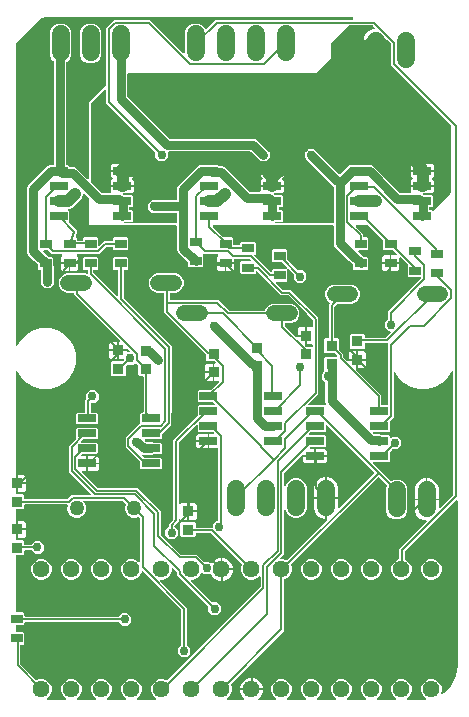
<source format=gbr>
G04 EAGLE Gerber RS-274X export*
G75*
%MOMM*%
%FSLAX34Y34*%
%LPD*%
%INTop Copper*%
%IPPOS*%
%AMOC8*
5,1,8,0,0,1.08239X$1,22.5*%
G01*
G04 Define Apertures*
%ADD10R,0.970200X0.920900*%
%ADD11C,1.320800*%
%ADD12R,1.525000X0.700000*%
%ADD13C,1.441000*%
%ADD14R,1.500000X0.650000*%
%ADD15R,0.973900X0.798700*%
%ADD16C,1.524000*%
%ADD17C,1.257000*%
%ADD18C,0.152400*%
%ADD19C,0.756400*%
%ADD20C,2.540000*%
%ADD21C,1.016000*%
%ADD22C,1.270000*%
%ADD23C,1.778000*%
%ADD24C,0.762000*%
G36*
X17235Y-289018D02*
X17485Y-288846D01*
X17649Y-288591D01*
X17700Y-288292D01*
X17630Y-287997D01*
X17450Y-287752D01*
X17230Y-287612D01*
X17006Y-287519D01*
X14551Y-285064D01*
X13222Y-281856D01*
X13222Y-278383D01*
X14551Y-275175D01*
X17006Y-272719D01*
X20215Y-271390D01*
X23687Y-271390D01*
X26895Y-272719D01*
X29351Y-275175D01*
X30680Y-278383D01*
X30680Y-281856D01*
X29351Y-285064D01*
X26895Y-287519D01*
X26672Y-287612D01*
X26421Y-287782D01*
X26255Y-288036D01*
X26202Y-288334D01*
X26269Y-288630D01*
X26447Y-288876D01*
X26706Y-289033D01*
X26964Y-289078D01*
X42338Y-289078D01*
X42635Y-289018D01*
X42885Y-288846D01*
X43049Y-288591D01*
X43100Y-288292D01*
X43030Y-287997D01*
X42850Y-287752D01*
X42630Y-287612D01*
X42406Y-287519D01*
X39951Y-285064D01*
X38622Y-281856D01*
X38622Y-278383D01*
X39951Y-275175D01*
X42406Y-272719D01*
X45615Y-271390D01*
X49087Y-271390D01*
X52295Y-272719D01*
X54751Y-275175D01*
X56080Y-278383D01*
X56080Y-281856D01*
X54751Y-285064D01*
X52295Y-287519D01*
X52072Y-287612D01*
X51821Y-287782D01*
X51655Y-288036D01*
X51602Y-288334D01*
X51669Y-288630D01*
X51847Y-288876D01*
X52106Y-289033D01*
X52364Y-289078D01*
X67738Y-289078D01*
X68035Y-289018D01*
X68285Y-288846D01*
X68449Y-288591D01*
X68500Y-288292D01*
X68430Y-287997D01*
X68250Y-287752D01*
X68030Y-287612D01*
X67806Y-287519D01*
X65351Y-285064D01*
X64022Y-281856D01*
X64022Y-278383D01*
X65351Y-275175D01*
X67806Y-272719D01*
X71015Y-271390D01*
X74487Y-271390D01*
X77695Y-272719D01*
X80151Y-275175D01*
X81480Y-278383D01*
X81480Y-281856D01*
X80151Y-285064D01*
X77695Y-287519D01*
X77472Y-287612D01*
X77221Y-287782D01*
X77055Y-288036D01*
X77002Y-288334D01*
X77069Y-288630D01*
X77247Y-288876D01*
X77506Y-289033D01*
X77764Y-289078D01*
X93138Y-289078D01*
X93435Y-289018D01*
X93685Y-288846D01*
X93849Y-288591D01*
X93900Y-288292D01*
X93830Y-287997D01*
X93650Y-287752D01*
X93430Y-287612D01*
X93206Y-287519D01*
X90751Y-285064D01*
X89422Y-281856D01*
X89422Y-278383D01*
X90751Y-275175D01*
X93206Y-272719D01*
X96415Y-271390D01*
X99887Y-271390D01*
X102389Y-272427D01*
X102687Y-272485D01*
X102984Y-272422D01*
X103220Y-272262D01*
X181895Y-193586D01*
X182062Y-193333D01*
X182118Y-193047D01*
X182118Y-184937D01*
X182058Y-184639D01*
X181886Y-184389D01*
X181631Y-184226D01*
X181332Y-184175D01*
X181037Y-184245D01*
X180817Y-184398D01*
X179295Y-185919D01*
X176087Y-187248D01*
X172615Y-187248D01*
X169406Y-185919D01*
X166951Y-183464D01*
X165622Y-180256D01*
X165622Y-176783D01*
X166410Y-174880D01*
X166468Y-174583D01*
X166405Y-174286D01*
X166245Y-174050D01*
X140246Y-148051D01*
X139993Y-147884D01*
X139707Y-147828D01*
X127787Y-147828D01*
X127490Y-147888D01*
X127240Y-148060D01*
X127076Y-148315D01*
X127025Y-148590D01*
X127025Y-150142D01*
X126132Y-151035D01*
X115168Y-151035D01*
X114275Y-150142D01*
X114275Y-139670D01*
X115168Y-138778D01*
X126132Y-138778D01*
X127025Y-139670D01*
X127025Y-142494D01*
X127085Y-142791D01*
X127257Y-143041D01*
X127512Y-143205D01*
X127787Y-143256D01*
X140998Y-143256D01*
X141295Y-143196D01*
X141545Y-143024D01*
X141709Y-142769D01*
X141760Y-142494D01*
X141760Y-140296D01*
X144868Y-137188D01*
X145542Y-137188D01*
X145839Y-137128D01*
X146089Y-136956D01*
X146253Y-136701D01*
X146304Y-136426D01*
X146304Y-76652D01*
X146244Y-76355D01*
X146072Y-76105D01*
X145817Y-75941D01*
X145542Y-75890D01*
X138742Y-75890D01*
X138742Y-63810D01*
X141795Y-63810D01*
X142093Y-63750D01*
X142343Y-63578D01*
X142506Y-63323D01*
X142557Y-63024D01*
X142487Y-62729D01*
X142334Y-62509D01*
X142222Y-62397D01*
X141969Y-62230D01*
X141683Y-62174D01*
X129724Y-62174D01*
X128831Y-61281D01*
X128831Y-56836D01*
X128771Y-56538D01*
X128599Y-56288D01*
X128344Y-56125D01*
X128045Y-56074D01*
X127750Y-56144D01*
X127530Y-56297D01*
X112999Y-70828D01*
X112832Y-71081D01*
X112776Y-71367D01*
X112776Y-122401D01*
X112836Y-122698D01*
X113008Y-122948D01*
X113263Y-123112D01*
X113562Y-123162D01*
X113857Y-123093D01*
X114077Y-122940D01*
X114747Y-122270D01*
X119888Y-122270D01*
X119888Y-136559D01*
X114747Y-136559D01*
X114077Y-135888D01*
X113824Y-135721D01*
X113526Y-135665D01*
X113230Y-135730D01*
X112982Y-135906D01*
X112823Y-136164D01*
X112776Y-136427D01*
X112776Y-138107D01*
X109189Y-141694D01*
X109022Y-141947D01*
X108966Y-142233D01*
X108966Y-142295D01*
X109026Y-142592D01*
X109189Y-142833D01*
X111986Y-145630D01*
X111986Y-150026D01*
X108878Y-153134D01*
X104482Y-153134D01*
X101374Y-150026D01*
X101374Y-145630D01*
X104171Y-142833D01*
X104338Y-142581D01*
X104394Y-142295D01*
X104394Y-140023D01*
X107981Y-136436D01*
X108148Y-136183D01*
X108204Y-135897D01*
X108204Y-69157D01*
X128608Y-48753D01*
X128775Y-48500D01*
X128831Y-48214D01*
X128831Y-40319D01*
X129724Y-39426D01*
X142557Y-39426D01*
X142855Y-39366D01*
X143105Y-39194D01*
X143268Y-38939D01*
X143319Y-38640D01*
X143249Y-38345D01*
X143096Y-38125D01*
X141968Y-36997D01*
X141715Y-36830D01*
X141429Y-36774D01*
X129724Y-36774D01*
X128831Y-35881D01*
X128831Y-27619D01*
X129724Y-26726D01*
X139651Y-26726D01*
X139949Y-26666D01*
X140190Y-26503D01*
X146692Y-20001D01*
X146859Y-19748D01*
X146915Y-19450D01*
X146850Y-19154D01*
X146674Y-18907D01*
X146416Y-18747D01*
X146153Y-18701D01*
X143002Y-18701D01*
X143002Y-4412D01*
X143357Y-4412D01*
X143654Y-4351D01*
X143904Y-4180D01*
X144068Y-3924D01*
X144119Y-3625D01*
X144049Y-3330D01*
X143896Y-3111D01*
X143201Y-2416D01*
X142948Y-2248D01*
X142662Y-2193D01*
X136758Y-2193D01*
X135865Y-1300D01*
X135865Y3080D01*
X135805Y3378D01*
X135642Y3619D01*
X100584Y38677D01*
X100584Y54996D01*
X100524Y55293D01*
X100352Y55543D01*
X100097Y55707D01*
X99822Y55758D01*
X94019Y55758D01*
X91032Y56995D01*
X88745Y59282D01*
X87508Y62269D01*
X87508Y65503D01*
X88745Y68490D01*
X91032Y70777D01*
X94019Y72014D01*
X110461Y72014D01*
X113448Y70777D01*
X115735Y68490D01*
X116972Y65503D01*
X116972Y62269D01*
X115735Y59282D01*
X113448Y56995D01*
X110461Y55758D01*
X105918Y55758D01*
X105621Y55698D01*
X105371Y55526D01*
X105207Y55271D01*
X105156Y54996D01*
X105156Y50292D01*
X105216Y49995D01*
X105388Y49745D01*
X105643Y49581D01*
X105918Y49530D01*
X146489Y49530D01*
X155410Y40609D01*
X155663Y40442D01*
X155949Y40386D01*
X185066Y40386D01*
X185363Y40446D01*
X185613Y40618D01*
X185770Y40856D01*
X186535Y42704D01*
X188822Y44991D01*
X191809Y46228D01*
X208251Y46228D01*
X211238Y44991D01*
X213525Y42704D01*
X214762Y39717D01*
X214762Y36483D01*
X213525Y33496D01*
X211238Y31209D01*
X208251Y29972D01*
X203454Y29972D01*
X203157Y29912D01*
X202907Y29740D01*
X202743Y29485D01*
X202692Y29210D01*
X202692Y27933D01*
X202752Y27635D01*
X202915Y27394D01*
X212084Y18225D01*
X212337Y18057D01*
X212635Y18002D01*
X212931Y18067D01*
X213179Y18242D01*
X213285Y18414D01*
X220014Y18414D01*
X220014Y12011D01*
X219820Y11971D01*
X219570Y11800D01*
X219406Y11544D01*
X219355Y11245D01*
X219425Y10950D01*
X219578Y10731D01*
X220273Y10036D01*
X220526Y9868D01*
X220812Y9813D01*
X225552Y9813D01*
X225849Y9873D01*
X226099Y10044D01*
X226263Y10300D01*
X226314Y10575D01*
X226314Y11270D01*
X226254Y11567D01*
X226082Y11817D01*
X225827Y11980D01*
X225552Y12032D01*
X221538Y12032D01*
X221538Y26321D01*
X225552Y26321D01*
X225849Y26381D01*
X226099Y26552D01*
X226263Y26808D01*
X226314Y27083D01*
X226314Y32265D01*
X226254Y32563D01*
X226091Y32804D01*
X205778Y53117D01*
X205525Y53284D01*
X205239Y53340D01*
X199459Y53340D01*
X179144Y73655D01*
X178891Y73822D01*
X178593Y73878D01*
X178297Y73813D01*
X178050Y73637D01*
X177890Y73379D01*
X177844Y73116D01*
X177844Y72313D01*
X176951Y71421D01*
X165949Y71421D01*
X165057Y72313D01*
X165057Y81563D01*
X165949Y82456D01*
X173076Y82456D01*
X173373Y82516D01*
X173623Y82687D01*
X173787Y82943D01*
X173838Y83242D01*
X173768Y83537D01*
X173615Y83756D01*
X173012Y84359D01*
X172759Y84526D01*
X172473Y84582D01*
X160572Y84582D01*
X160274Y84522D01*
X160024Y84350D01*
X159861Y84095D01*
X159810Y83820D01*
X159810Y81510D01*
X144991Y81510D01*
X144991Y85794D01*
X146288Y87091D01*
X146456Y87344D01*
X146511Y87642D01*
X146446Y87938D01*
X146271Y88186D01*
X146013Y88345D01*
X145749Y88392D01*
X134157Y88392D01*
X133860Y88332D01*
X133610Y88160D01*
X133446Y87905D01*
X133395Y87630D01*
X133395Y78073D01*
X132502Y77180D01*
X121501Y77180D01*
X120608Y78073D01*
X120608Y81083D01*
X120548Y81380D01*
X120385Y81622D01*
X112064Y89943D01*
X111252Y91903D01*
X111252Y112014D01*
X111192Y112311D01*
X111020Y112561D01*
X110765Y112725D01*
X110490Y112776D01*
X38150Y112776D01*
X37694Y112836D01*
X37441Y112929D01*
X37198Y113076D01*
X36986Y113265D01*
X36813Y113490D01*
X36685Y113744D01*
X36606Y114017D01*
X36576Y114336D01*
X36576Y135397D01*
X36516Y135694D01*
X36353Y135936D01*
X33051Y139238D01*
X32798Y139405D01*
X32500Y139461D01*
X32204Y139396D01*
X31956Y139220D01*
X31797Y138962D01*
X31750Y138699D01*
X31750Y138132D01*
X30745Y135705D01*
X22791Y127751D01*
X20364Y126746D01*
X19749Y126746D01*
X19452Y126686D01*
X19202Y126514D01*
X19038Y126259D01*
X18987Y125960D01*
X19057Y125665D01*
X19210Y125445D01*
X20124Y124531D01*
X20124Y116769D01*
X19746Y116391D01*
X19578Y116138D01*
X19523Y115840D01*
X19588Y115543D01*
X19746Y115313D01*
X25688Y109371D01*
X25939Y109204D01*
X26246Y109079D01*
X26382Y108757D01*
X26545Y108514D01*
X26792Y108267D01*
X26792Y107935D01*
X26852Y107639D01*
X26981Y107334D01*
X26849Y107010D01*
X26792Y106722D01*
X26792Y106373D01*
X26558Y106138D01*
X26391Y105887D01*
X25456Y103594D01*
X25400Y103296D01*
X25464Y103000D01*
X25623Y102768D01*
X26714Y101677D01*
X26714Y100584D01*
X26774Y100287D01*
X26945Y100037D01*
X27201Y99873D01*
X27476Y99822D01*
X30945Y99822D01*
X31242Y99882D01*
X31492Y100054D01*
X31655Y100309D01*
X31707Y100584D01*
X31707Y101677D01*
X32599Y102570D01*
X43601Y102570D01*
X44494Y101677D01*
X44494Y96048D01*
X44554Y95751D01*
X44725Y95501D01*
X44981Y95337D01*
X45280Y95286D01*
X45575Y95356D01*
X45794Y95509D01*
X49345Y99060D01*
X56345Y99060D01*
X56642Y99120D01*
X56892Y99292D01*
X57055Y99547D01*
X57107Y99822D01*
X57107Y101677D01*
X57999Y102570D01*
X69001Y102570D01*
X69894Y101677D01*
X69894Y92427D01*
X69001Y91535D01*
X57999Y91535D01*
X57107Y92427D01*
X57107Y93726D01*
X57046Y94023D01*
X56875Y94273D01*
X56619Y94437D01*
X56345Y94488D01*
X51555Y94488D01*
X51257Y94428D01*
X51016Y94265D01*
X45143Y88392D01*
X26971Y88392D01*
X26674Y88332D01*
X26423Y88160D01*
X26260Y87905D01*
X26209Y87606D01*
X26279Y87311D01*
X26432Y87091D01*
X27730Y85794D01*
X27730Y81510D01*
X12911Y81510D01*
X12911Y85794D01*
X14208Y87091D01*
X14376Y87344D01*
X14431Y87642D01*
X14366Y87938D01*
X14191Y88186D01*
X13933Y88345D01*
X13669Y88392D01*
X5149Y88392D01*
X2230Y91311D01*
X1977Y91479D01*
X1691Y91535D01*
X-1379Y91535D01*
X-1677Y91474D01*
X-1927Y91303D01*
X-2090Y91047D01*
X-2141Y90748D01*
X-2071Y90453D01*
X-1918Y90234D01*
X1827Y86489D01*
X2080Y86321D01*
X2366Y86266D01*
X5501Y86266D01*
X6394Y85373D01*
X6394Y79297D01*
X6449Y79012D01*
X6462Y78980D01*
X6464Y78973D01*
X6869Y77997D01*
X6858Y76938D01*
X6858Y76931D01*
X6858Y63631D01*
X6830Y63490D01*
X6830Y62572D01*
X6181Y61923D01*
X6101Y61804D01*
X4490Y60193D01*
X4371Y60113D01*
X3722Y59464D01*
X2804Y59464D01*
X2663Y59436D01*
X385Y59436D01*
X244Y59464D01*
X-674Y59464D01*
X-1323Y60113D01*
X-1442Y60193D01*
X-3053Y61804D01*
X-3133Y61923D01*
X-3782Y62572D01*
X-3782Y63490D01*
X-3810Y63631D01*
X-3810Y74469D01*
X-3870Y74766D01*
X-4042Y75016D01*
X-4297Y75179D01*
X-4572Y75231D01*
X-5501Y75231D01*
X-6394Y76123D01*
X-6394Y79306D01*
X-6454Y79604D01*
X-6617Y79845D01*
X-9233Y82462D01*
X-9481Y82627D01*
X-10641Y83108D01*
X-15190Y87657D01*
X-16002Y89617D01*
X-16002Y144317D01*
X-15190Y146277D01*
X1551Y163018D01*
X3511Y163830D01*
X6096Y163830D01*
X6393Y163890D01*
X6643Y164062D01*
X6807Y164317D01*
X6858Y164592D01*
X6858Y251675D01*
X6798Y251972D01*
X6635Y252214D01*
X4948Y253900D01*
X3556Y257261D01*
X3556Y276139D01*
X4948Y279500D01*
X7520Y282072D01*
X10881Y283464D01*
X14519Y283464D01*
X17880Y282072D01*
X20452Y279500D01*
X21844Y276139D01*
X21844Y257261D01*
X20452Y253900D01*
X17787Y251235D01*
X17745Y251207D01*
X17579Y250953D01*
X17526Y250672D01*
X17526Y164286D01*
X17586Y163989D01*
X17758Y163739D01*
X18013Y163575D01*
X18288Y163524D01*
X19231Y163524D01*
X20226Y162529D01*
X20479Y162362D01*
X20765Y162306D01*
X23921Y162306D01*
X25881Y161494D01*
X35275Y152100D01*
X35528Y151933D01*
X35826Y151877D01*
X36122Y151942D01*
X36370Y152118D01*
X36529Y152376D01*
X36576Y152639D01*
X36576Y215857D01*
X36620Y216244D01*
X36706Y216508D01*
X36843Y216756D01*
X37048Y217003D01*
X50831Y230786D01*
X50998Y231039D01*
X51054Y231325D01*
X51054Y279839D01*
X57727Y286512D01*
X88577Y286512D01*
X116555Y258534D01*
X116808Y258366D01*
X117106Y258311D01*
X117402Y258376D01*
X117650Y258551D01*
X117809Y258809D01*
X117856Y259073D01*
X117856Y276139D01*
X119248Y279500D01*
X121820Y282072D01*
X125181Y283464D01*
X128819Y283464D01*
X132180Y282072D01*
X134752Y279500D01*
X134921Y279090D01*
X135091Y278839D01*
X135345Y278673D01*
X135644Y278620D01*
X135939Y278688D01*
X136164Y278843D01*
X143833Y286512D01*
X258641Y286512D01*
X258938Y286572D01*
X259180Y286735D01*
X260222Y287777D01*
X260389Y288030D01*
X260445Y288328D01*
X260380Y288624D01*
X260205Y288872D01*
X259946Y289031D01*
X259683Y289078D01*
X0Y289078D01*
X-119Y289069D01*
X-3335Y288559D01*
X-3619Y288453D01*
X-3755Y288346D01*
X-25177Y266923D01*
X-25344Y266670D01*
X-25400Y266384D01*
X-25400Y11170D01*
X-25340Y10873D01*
X-25168Y10622D01*
X-24913Y10459D01*
X-24614Y10408D01*
X-24319Y10478D01*
X-24074Y10657D01*
X-23978Y10789D01*
X-20933Y16063D01*
X-16063Y20933D01*
X-10097Y24377D01*
X-3444Y26160D01*
X3444Y26160D01*
X10097Y24377D01*
X16063Y20933D01*
X20933Y16063D01*
X24377Y10097D01*
X26160Y3444D01*
X26160Y-3444D01*
X24377Y-10097D01*
X20933Y-16063D01*
X16063Y-20933D01*
X10097Y-24377D01*
X3444Y-26160D01*
X-3444Y-26160D01*
X-10097Y-24377D01*
X-16063Y-20933D01*
X-20933Y-16063D01*
X-23978Y-10789D01*
X-24179Y-10562D01*
X-24453Y-10431D01*
X-24756Y-10417D01*
X-25040Y-10522D01*
X-25261Y-10730D01*
X-25383Y-11008D01*
X-25400Y-11170D01*
X-25400Y-97823D01*
X-25340Y-98120D01*
X-25168Y-98370D01*
X-24989Y-98484D01*
X-24989Y-112971D01*
X-25185Y-113105D01*
X-25349Y-113361D01*
X-25400Y-113636D01*
X-25400Y-114331D01*
X-25340Y-114628D01*
X-25168Y-114878D01*
X-24913Y-115041D01*
X-24638Y-115093D01*
X-18745Y-115093D01*
X-17852Y-115985D01*
X-17852Y-118110D01*
X-17792Y-118407D01*
X-17620Y-118657D01*
X-17365Y-118821D01*
X-17090Y-118872D01*
X18549Y-118872D01*
X18847Y-118812D01*
X19088Y-118649D01*
X21913Y-115824D01*
X37599Y-115824D01*
X37897Y-115764D01*
X38147Y-115592D01*
X38310Y-115337D01*
X38361Y-115038D01*
X38291Y-114743D01*
X38138Y-114523D01*
X19812Y-96197D01*
X19812Y-73729D01*
X25738Y-67803D01*
X25905Y-67550D01*
X25961Y-67264D01*
X25961Y-59369D01*
X26854Y-58476D01*
X43366Y-58476D01*
X44259Y-59369D01*
X44259Y-67631D01*
X43366Y-68524D01*
X31799Y-68524D01*
X31501Y-68584D01*
X31260Y-68747D01*
X30132Y-69875D01*
X29964Y-70128D01*
X29909Y-70426D01*
X29974Y-70722D01*
X30149Y-70970D01*
X30407Y-71129D01*
X30671Y-71176D01*
X43366Y-71176D01*
X44259Y-72069D01*
X44259Y-80331D01*
X43366Y-81224D01*
X31291Y-81224D01*
X30993Y-81284D01*
X30752Y-81447D01*
X30640Y-81559D01*
X30472Y-81812D01*
X30417Y-82110D01*
X30482Y-82406D01*
X30657Y-82654D01*
X30915Y-82813D01*
X31179Y-82860D01*
X34348Y-82860D01*
X34348Y-94940D01*
X31433Y-94940D01*
X31135Y-95000D01*
X30885Y-95172D01*
X30722Y-95427D01*
X30671Y-95726D01*
X30741Y-96021D01*
X30894Y-96241D01*
X44158Y-109505D01*
X44411Y-109672D01*
X44697Y-109728D01*
X77909Y-109728D01*
X97536Y-129355D01*
X97536Y-148851D01*
X97596Y-149149D01*
X97759Y-149390D01*
X114262Y-165893D01*
X114515Y-166060D01*
X114801Y-166116D01*
X128201Y-166116D01*
X134102Y-172017D01*
X134355Y-172184D01*
X134641Y-172240D01*
X138596Y-172240D01*
X139492Y-173136D01*
X139745Y-173304D01*
X140043Y-173359D01*
X140339Y-173294D01*
X140587Y-173119D01*
X140618Y-173071D01*
X143431Y-170258D01*
X147012Y-168774D01*
X148189Y-168774D01*
X148189Y-188264D01*
X147012Y-188264D01*
X143431Y-186781D01*
X140689Y-184040D01*
X140165Y-182773D01*
X139995Y-182522D01*
X139741Y-182356D01*
X139443Y-182303D01*
X139147Y-182370D01*
X138922Y-182526D01*
X138596Y-182852D01*
X134200Y-182852D01*
X132888Y-181540D01*
X132635Y-181373D01*
X132337Y-181317D01*
X132041Y-181382D01*
X131794Y-181557D01*
X131645Y-181787D01*
X130951Y-183464D01*
X128495Y-185919D01*
X125287Y-187248D01*
X123741Y-187248D01*
X123444Y-187309D01*
X123194Y-187480D01*
X123030Y-187736D01*
X122979Y-188035D01*
X123049Y-188330D01*
X123202Y-188549D01*
X140960Y-206307D01*
X141213Y-206474D01*
X141499Y-206530D01*
X145454Y-206530D01*
X148562Y-209638D01*
X148562Y-214034D01*
X145454Y-217142D01*
X141058Y-217142D01*
X137950Y-214034D01*
X137950Y-210079D01*
X137890Y-209781D01*
X137727Y-209540D01*
X111252Y-183065D01*
X111252Y-181095D01*
X111192Y-180797D01*
X111029Y-180556D01*
X108181Y-177708D01*
X107928Y-177540D01*
X107630Y-177484D01*
X107333Y-177550D01*
X107086Y-177725D01*
X106927Y-177983D01*
X106880Y-178246D01*
X106880Y-180256D01*
X105551Y-183464D01*
X103095Y-185919D01*
X99887Y-187248D01*
X97833Y-187248D01*
X97536Y-187309D01*
X97286Y-187480D01*
X97122Y-187736D01*
X97071Y-188035D01*
X97141Y-188330D01*
X97294Y-188549D01*
X119634Y-210889D01*
X119634Y-242117D01*
X119694Y-242414D01*
X119857Y-242655D01*
X122654Y-245452D01*
X122654Y-249848D01*
X119546Y-252956D01*
X115150Y-252956D01*
X112042Y-249848D01*
X112042Y-245452D01*
X114839Y-242655D01*
X115006Y-242403D01*
X115062Y-242117D01*
X115062Y-213099D01*
X115002Y-212801D01*
X114839Y-212560D01*
X82595Y-180316D01*
X82342Y-180149D01*
X82044Y-180093D01*
X81748Y-180158D01*
X81501Y-180334D01*
X81352Y-180563D01*
X80151Y-183464D01*
X77695Y-185919D01*
X74487Y-187248D01*
X71015Y-187248D01*
X67806Y-185919D01*
X65351Y-183464D01*
X64022Y-180256D01*
X64022Y-176783D01*
X65351Y-173575D01*
X67806Y-171119D01*
X71015Y-169790D01*
X74487Y-169790D01*
X77695Y-171119D01*
X78709Y-172133D01*
X78962Y-172301D01*
X79260Y-172356D01*
X79556Y-172291D01*
X79804Y-172116D01*
X79963Y-171858D01*
X80010Y-171594D01*
X80010Y-135375D01*
X79950Y-135077D01*
X79787Y-134836D01*
X79239Y-134288D01*
X78987Y-134121D01*
X78689Y-134065D01*
X78409Y-134123D01*
X76753Y-134809D01*
X73647Y-134809D01*
X70777Y-133620D01*
X68580Y-131423D01*
X67391Y-128553D01*
X67391Y-125447D01*
X68077Y-123791D01*
X68135Y-123493D01*
X68072Y-123197D01*
X67912Y-122961D01*
X65570Y-120619D01*
X65317Y-120452D01*
X65031Y-120396D01*
X32679Y-120396D01*
X32382Y-120456D01*
X32132Y-120628D01*
X31968Y-120883D01*
X31918Y-121182D01*
X31987Y-121477D01*
X32140Y-121697D01*
X33020Y-122577D01*
X34209Y-125447D01*
X34209Y-128553D01*
X33020Y-131423D01*
X30823Y-133620D01*
X27953Y-134809D01*
X24847Y-134809D01*
X21977Y-133620D01*
X19780Y-131423D01*
X18591Y-128553D01*
X18591Y-125447D01*
X18984Y-124498D01*
X19042Y-124200D01*
X18979Y-123903D01*
X18806Y-123654D01*
X18549Y-123493D01*
X18280Y-123444D01*
X-17090Y-123444D01*
X-17387Y-123504D01*
X-17637Y-123676D01*
X-17801Y-123931D01*
X-17852Y-124206D01*
X-17852Y-126457D01*
X-18745Y-127350D01*
X-24638Y-127350D01*
X-24935Y-127410D01*
X-25185Y-127581D01*
X-25349Y-127837D01*
X-25400Y-128112D01*
X-25400Y-136748D01*
X-25340Y-137045D01*
X-25168Y-137295D01*
X-24989Y-137409D01*
X-24989Y-151896D01*
X-25185Y-152030D01*
X-25349Y-152286D01*
X-25400Y-152561D01*
X-25400Y-153256D01*
X-25340Y-153553D01*
X-25168Y-153803D01*
X-24913Y-153966D01*
X-24638Y-154018D01*
X-18745Y-154018D01*
X-17852Y-154910D01*
X-17852Y-156972D01*
X-17792Y-157269D01*
X-17620Y-157519D01*
X-17365Y-157683D01*
X-17090Y-157734D01*
X-12391Y-157734D01*
X-12094Y-157674D01*
X-11853Y-157511D01*
X-9056Y-154714D01*
X-4660Y-154714D01*
X-1552Y-157822D01*
X-1552Y-162218D01*
X-4660Y-165326D01*
X-9056Y-165326D01*
X-11853Y-162529D01*
X-12105Y-162362D01*
X-12391Y-162306D01*
X-17090Y-162306D01*
X-17387Y-162366D01*
X-17637Y-162538D01*
X-17801Y-162793D01*
X-17852Y-163068D01*
X-17852Y-165382D01*
X-18745Y-166275D01*
X-24638Y-166275D01*
X-24935Y-166335D01*
X-25185Y-166506D01*
X-25349Y-166762D01*
X-25400Y-167037D01*
X-25400Y-214169D01*
X-25340Y-214466D01*
X-25168Y-214716D01*
X-24913Y-214879D01*
X-24638Y-214931D01*
X-18708Y-214931D01*
X-17815Y-215823D01*
X-17815Y-217932D01*
X-17755Y-218229D01*
X-17583Y-218479D01*
X-17328Y-218643D01*
X-17053Y-218694D01*
X61523Y-218694D01*
X61820Y-218634D01*
X62061Y-218471D01*
X64858Y-215674D01*
X69254Y-215674D01*
X72362Y-218782D01*
X72362Y-223178D01*
X69254Y-226286D01*
X64858Y-226286D01*
X62061Y-223489D01*
X61809Y-223322D01*
X61523Y-223266D01*
X-17053Y-223266D01*
X-17350Y-223326D01*
X-17600Y-223498D01*
X-17764Y-223753D01*
X-17815Y-224028D01*
X-17815Y-225073D01*
X-18708Y-225966D01*
X-24638Y-225966D01*
X-24935Y-226026D01*
X-25185Y-226197D01*
X-25349Y-226453D01*
X-25400Y-226728D01*
X-25400Y-230473D01*
X-25340Y-230770D01*
X-25168Y-231020D01*
X-24913Y-231183D01*
X-24638Y-231235D01*
X-18708Y-231235D01*
X-17815Y-232127D01*
X-17815Y-241377D01*
X-18708Y-242270D01*
X-20574Y-242270D01*
X-20871Y-242330D01*
X-21121Y-242501D01*
X-21285Y-242757D01*
X-21336Y-243032D01*
X-21336Y-258579D01*
X-21276Y-258877D01*
X-21113Y-259118D01*
X-8130Y-272101D01*
X-7877Y-272268D01*
X-7579Y-272324D01*
X-7300Y-272266D01*
X-5186Y-271390D01*
X-1713Y-271390D01*
X1495Y-272719D01*
X3951Y-275175D01*
X5280Y-278383D01*
X5280Y-281856D01*
X3951Y-285064D01*
X1495Y-287519D01*
X1272Y-287612D01*
X1021Y-287782D01*
X855Y-288036D01*
X802Y-288334D01*
X869Y-288630D01*
X1047Y-288876D01*
X1306Y-289033D01*
X1564Y-289078D01*
X16938Y-289078D01*
X17235Y-289018D01*
G37*
%LPC*%
G36*
X36281Y249936D02*
X32920Y251328D01*
X30348Y253900D01*
X28956Y257261D01*
X28956Y276139D01*
X30348Y279500D01*
X32920Y282072D01*
X36281Y283464D01*
X39919Y283464D01*
X43280Y282072D01*
X45852Y279500D01*
X47244Y276139D01*
X47244Y257261D01*
X45852Y253900D01*
X43280Y251328D01*
X39919Y249936D01*
X36281Y249936D01*
G37*
G36*
X81094Y-93924D02*
X80201Y-93031D01*
X80201Y-87560D01*
X80141Y-87262D01*
X79978Y-87021D01*
X67818Y-74861D01*
X67818Y-66871D01*
X79978Y-54711D01*
X80145Y-54458D01*
X80201Y-54172D01*
X80201Y-46669D01*
X81094Y-45776D01*
X82296Y-45776D01*
X82593Y-45716D01*
X82843Y-45544D01*
X83007Y-45289D01*
X83058Y-45014D01*
X83058Y-15907D01*
X82998Y-15609D01*
X82826Y-15359D01*
X82571Y-15196D01*
X82296Y-15145D01*
X79608Y-15145D01*
X78715Y-14252D01*
X78715Y-6064D01*
X78655Y-5766D01*
X78492Y-5525D01*
X76588Y-3621D01*
X76335Y-3454D01*
X76037Y-3398D01*
X75741Y-3463D01*
X75511Y-3621D01*
X73826Y-5306D01*
X69871Y-5306D01*
X69573Y-5366D01*
X69332Y-5529D01*
X68089Y-6772D01*
X67922Y-7025D01*
X67866Y-7311D01*
X67866Y-13742D01*
X66973Y-14635D01*
X56009Y-14635D01*
X55116Y-13742D01*
X55116Y-3271D01*
X56009Y-2378D01*
X65560Y-2378D01*
X65857Y-2318D01*
X66107Y-2146D01*
X66271Y-1891D01*
X66322Y-1616D01*
X66322Y-921D01*
X66262Y-624D01*
X66090Y-374D01*
X65835Y-210D01*
X65560Y-159D01*
X62253Y-159D01*
X62253Y6224D01*
X68882Y6224D01*
X68882Y6068D01*
X68942Y5771D01*
X69114Y5521D01*
X69369Y5357D01*
X69644Y5306D01*
X71155Y5306D01*
X71453Y5366D01*
X71703Y5538D01*
X71866Y5793D01*
X71917Y6092D01*
X71847Y6387D01*
X71694Y6607D01*
X70183Y8118D01*
X69930Y8286D01*
X69632Y8341D01*
X69336Y8276D01*
X69088Y8101D01*
X68929Y7843D01*
X68912Y7748D01*
X62253Y7748D01*
X62253Y14130D01*
X62331Y14130D01*
X62629Y14190D01*
X62879Y14362D01*
X63042Y14617D01*
X63093Y14916D01*
X63023Y15212D01*
X62870Y15431D01*
X24384Y53917D01*
X24384Y54996D01*
X24324Y55293D01*
X24152Y55543D01*
X23897Y55707D01*
X23622Y55758D01*
X17819Y55758D01*
X14832Y56995D01*
X12545Y59282D01*
X11308Y62269D01*
X11308Y65503D01*
X12545Y68490D01*
X14832Y70777D01*
X17819Y72014D01*
X34261Y72014D01*
X34760Y71807D01*
X35058Y71749D01*
X35355Y71812D01*
X35604Y71985D01*
X35765Y72242D01*
X35814Y72511D01*
X35814Y74469D01*
X35754Y74766D01*
X35582Y75016D01*
X35327Y75179D01*
X35052Y75231D01*
X32599Y75231D01*
X31707Y76123D01*
X31707Y85373D01*
X32599Y86266D01*
X43601Y86266D01*
X44494Y85373D01*
X44494Y76123D01*
X43601Y75231D01*
X41148Y75231D01*
X40851Y75170D01*
X40601Y74999D01*
X40437Y74743D01*
X40386Y74469D01*
X40386Y72891D01*
X40446Y72593D01*
X40609Y72352D01*
X60421Y52540D01*
X60674Y52372D01*
X60972Y52317D01*
X61268Y52382D01*
X61516Y52557D01*
X61675Y52815D01*
X61722Y53079D01*
X61722Y74469D01*
X61662Y74766D01*
X61490Y75016D01*
X61235Y75179D01*
X60960Y75231D01*
X57999Y75231D01*
X57107Y76123D01*
X57107Y85373D01*
X57999Y86266D01*
X69001Y86266D01*
X69894Y85373D01*
X69894Y76123D01*
X69001Y75231D01*
X67056Y75231D01*
X66759Y75170D01*
X66509Y74999D01*
X66345Y74743D01*
X66294Y74469D01*
X66294Y51555D01*
X66354Y51257D01*
X66517Y51016D01*
X106680Y10853D01*
X106680Y-55811D01*
X98722Y-63769D01*
X98555Y-64022D01*
X98499Y-64308D01*
X98499Y-67631D01*
X97606Y-68524D01*
X84765Y-68524D01*
X84468Y-68584D01*
X84218Y-68756D01*
X84054Y-69011D01*
X84003Y-69310D01*
X84073Y-69605D01*
X84226Y-69825D01*
X85044Y-70643D01*
X85297Y-70810D01*
X85583Y-70866D01*
X90411Y-70866D01*
X91019Y-71118D01*
X91311Y-71176D01*
X97606Y-71176D01*
X98499Y-72069D01*
X98499Y-80331D01*
X97606Y-81224D01*
X91311Y-81224D01*
X91019Y-81282D01*
X90411Y-81534D01*
X82797Y-81534D01*
X82499Y-81594D01*
X82249Y-81766D01*
X82086Y-82021D01*
X82035Y-82320D01*
X82105Y-82615D01*
X82258Y-82835D01*
X83076Y-83653D01*
X83329Y-83820D01*
X83615Y-83876D01*
X97606Y-83876D01*
X98499Y-84769D01*
X98499Y-93031D01*
X97606Y-93924D01*
X81094Y-93924D01*
G37*
G36*
X21082Y74215D02*
X21082Y79986D01*
X27730Y79986D01*
X27730Y75702D01*
X26242Y74215D01*
X21082Y74215D01*
G37*
G36*
X14398Y74215D02*
X12911Y75702D01*
X12911Y79986D01*
X19558Y79986D01*
X19558Y74215D01*
X14398Y74215D01*
G37*
G36*
X153162Y74215D02*
X153162Y79986D01*
X159810Y79986D01*
X159810Y75702D01*
X158322Y74215D01*
X153162Y74215D01*
G37*
G36*
X146478Y74215D02*
X144991Y75702D01*
X144991Y79986D01*
X151638Y79986D01*
X151638Y74215D01*
X146478Y74215D01*
G37*
G36*
X213385Y19938D02*
X213385Y24833D01*
X214873Y26321D01*
X220014Y26321D01*
X220014Y19938D01*
X213385Y19938D01*
G37*
G36*
X54100Y7748D02*
X54100Y12642D01*
X55588Y14130D01*
X60729Y14130D01*
X60729Y7748D01*
X54100Y7748D01*
G37*
G36*
X55588Y-159D02*
X54100Y1329D01*
X54100Y6224D01*
X60729Y6224D01*
X60729Y-159D01*
X55588Y-159D01*
G37*
G36*
X134849Y-10794D02*
X134849Y-5899D01*
X136337Y-4412D01*
X141478Y-4412D01*
X141478Y-10794D01*
X134849Y-10794D01*
G37*
G36*
X136337Y-18701D02*
X134849Y-17213D01*
X134849Y-12318D01*
X141478Y-12318D01*
X141478Y-18701D01*
X136337Y-18701D01*
G37*
G36*
X26854Y-55824D02*
X25961Y-54931D01*
X25961Y-46669D01*
X26854Y-45776D01*
X32766Y-45776D01*
X33063Y-45716D01*
X33313Y-45544D01*
X33477Y-45289D01*
X33528Y-45014D01*
X33528Y-34867D01*
X34095Y-34300D01*
X34262Y-34047D01*
X34318Y-33761D01*
X34318Y-29806D01*
X37426Y-26698D01*
X41822Y-26698D01*
X44930Y-29806D01*
X44930Y-34202D01*
X41822Y-37310D01*
X38862Y-37310D01*
X38565Y-37370D01*
X38315Y-37542D01*
X38151Y-37797D01*
X38100Y-38072D01*
X38100Y-45014D01*
X38160Y-45311D01*
X38332Y-45561D01*
X38587Y-45725D01*
X38862Y-45776D01*
X43366Y-45776D01*
X44259Y-46669D01*
X44259Y-54931D01*
X43366Y-55824D01*
X26854Y-55824D01*
G37*
G36*
X127815Y-69088D02*
X127815Y-65298D01*
X129303Y-63810D01*
X137218Y-63810D01*
X137218Y-69088D01*
X127815Y-69088D01*
G37*
G36*
X129303Y-75890D02*
X127815Y-74402D01*
X127815Y-70612D01*
X137218Y-70612D01*
X137218Y-75890D01*
X129303Y-75890D01*
G37*
G36*
X35872Y-88138D02*
X35872Y-82860D01*
X43787Y-82860D01*
X45275Y-84348D01*
X45275Y-88138D01*
X35872Y-88138D01*
G37*
G36*
X35872Y-94940D02*
X35872Y-89662D01*
X45275Y-89662D01*
X45275Y-93452D01*
X43787Y-94940D01*
X35872Y-94940D01*
G37*
G36*
X-23465Y-104967D02*
X-23465Y-98585D01*
X-18324Y-98585D01*
X-16836Y-100072D01*
X-16836Y-104967D01*
X-23465Y-104967D01*
G37*
G36*
X-23465Y-112874D02*
X-23465Y-106491D01*
X-16836Y-106491D01*
X-16836Y-111386D01*
X-18324Y-112874D01*
X-23465Y-112874D01*
G37*
G36*
X121412Y-128652D02*
X121412Y-122270D01*
X126553Y-122270D01*
X128041Y-123757D01*
X128041Y-128652D01*
X121412Y-128652D01*
G37*
G36*
X121412Y-136559D02*
X121412Y-130176D01*
X128041Y-130176D01*
X128041Y-135071D01*
X126553Y-136559D01*
X121412Y-136559D01*
G37*
G36*
X-23465Y-143892D02*
X-23465Y-137510D01*
X-18324Y-137510D01*
X-16836Y-138997D01*
X-16836Y-143892D01*
X-23465Y-143892D01*
G37*
G36*
X-23465Y-151799D02*
X-23465Y-145416D01*
X-16836Y-145416D01*
X-16836Y-150311D01*
X-18324Y-151799D01*
X-23465Y-151799D01*
G37*
G36*
X149713Y-177757D02*
X149713Y-168774D01*
X150889Y-168774D01*
X154471Y-170258D01*
X157212Y-172999D01*
X158696Y-176581D01*
X158696Y-177757D01*
X149713Y-177757D01*
G37*
G36*
X45615Y-187248D02*
X42406Y-185919D01*
X39951Y-183464D01*
X38622Y-180256D01*
X38622Y-176783D01*
X39951Y-173575D01*
X42406Y-171119D01*
X45615Y-169790D01*
X49087Y-169790D01*
X52295Y-171119D01*
X54751Y-173575D01*
X56080Y-176783D01*
X56080Y-180256D01*
X54751Y-183464D01*
X52295Y-185919D01*
X49087Y-187248D01*
X45615Y-187248D01*
G37*
G36*
X20215Y-187248D02*
X17006Y-185919D01*
X14551Y-183464D01*
X13222Y-180256D01*
X13222Y-176783D01*
X14551Y-173575D01*
X17006Y-171119D01*
X20215Y-169790D01*
X23687Y-169790D01*
X26895Y-171119D01*
X29351Y-173575D01*
X30680Y-176783D01*
X30680Y-180256D01*
X29351Y-183464D01*
X26895Y-185919D01*
X23687Y-187248D01*
X20215Y-187248D01*
G37*
G36*
X-5186Y-187248D02*
X-8394Y-185919D01*
X-10849Y-183464D01*
X-12178Y-180256D01*
X-12178Y-176783D01*
X-10849Y-173575D01*
X-8394Y-171119D01*
X-5186Y-169790D01*
X-1713Y-169790D01*
X1495Y-171119D01*
X3951Y-173575D01*
X5280Y-176783D01*
X5280Y-180256D01*
X3951Y-183464D01*
X1495Y-185919D01*
X-1713Y-187248D01*
X-5186Y-187248D01*
G37*
G36*
X149713Y-188264D02*
X149713Y-179281D01*
X158696Y-179281D01*
X158696Y-180458D01*
X157212Y-184040D01*
X154471Y-186781D01*
X150889Y-188264D01*
X149713Y-188264D01*
G37*
%LPD*%
G36*
X237331Y-39662D02*
X237579Y-39486D01*
X237738Y-39228D01*
X237784Y-38929D01*
X237727Y-38673D01*
X236982Y-36875D01*
X236982Y-20773D01*
X236922Y-20476D01*
X236759Y-20235D01*
X236421Y-19897D01*
X236302Y-19817D01*
X234691Y-18206D01*
X234611Y-18087D01*
X233962Y-17438D01*
X233962Y-16520D01*
X233934Y-16379D01*
X233934Y-14101D01*
X233962Y-13960D01*
X233962Y-13042D01*
X234611Y-12393D01*
X234691Y-12274D01*
X235963Y-11002D01*
X236130Y-10749D01*
X236186Y-10451D01*
X236121Y-10155D01*
X235963Y-9924D01*
X235871Y-9832D01*
X235871Y639D01*
X236763Y1532D01*
X246379Y1532D01*
X246677Y1592D01*
X246927Y1764D01*
X247090Y2019D01*
X247141Y2318D01*
X247071Y2613D01*
X246918Y2833D01*
X245207Y4544D01*
X244954Y4711D01*
X244668Y4767D01*
X236763Y4767D01*
X235871Y5660D01*
X235871Y16131D01*
X236763Y17024D01*
X239268Y17024D01*
X239565Y17084D01*
X239815Y17256D01*
X239979Y17511D01*
X240030Y17786D01*
X240030Y45905D01*
X240391Y46266D01*
X240558Y46518D01*
X240614Y46817D01*
X240549Y47113D01*
X240373Y47360D01*
X240323Y47393D01*
X237965Y49750D01*
X236728Y52737D01*
X236728Y55971D01*
X237965Y58958D01*
X240252Y61245D01*
X243239Y62482D01*
X259681Y62482D01*
X262668Y61245D01*
X264955Y58958D01*
X266192Y55971D01*
X266192Y52737D01*
X264955Y49750D01*
X262668Y47463D01*
X259681Y46226D01*
X247133Y46226D01*
X246835Y46166D01*
X246594Y46003D01*
X244825Y44234D01*
X244658Y43981D01*
X244602Y43695D01*
X244602Y17786D01*
X244662Y17489D01*
X244834Y17239D01*
X245089Y17075D01*
X245364Y17024D01*
X247728Y17024D01*
X248621Y16131D01*
X248621Y7912D01*
X248681Y7615D01*
X248844Y7373D01*
X252222Y3995D01*
X252222Y1263D01*
X252282Y965D01*
X252445Y724D01*
X255246Y-2077D01*
X255499Y-2245D01*
X255797Y-2300D01*
X256093Y-2235D01*
X256341Y-2060D01*
X256500Y-1802D01*
X256505Y-1773D01*
X263176Y-1773D01*
X263176Y-8156D01*
X263164Y-8156D01*
X262867Y-8216D01*
X262617Y-8388D01*
X262454Y-8643D01*
X262403Y-8942D01*
X262473Y-9237D01*
X262626Y-9457D01*
X284226Y-31057D01*
X284226Y-38664D01*
X284286Y-38961D01*
X284458Y-39211D01*
X284713Y-39375D01*
X284988Y-39426D01*
X289560Y-39426D01*
X289857Y-39366D01*
X290107Y-39194D01*
X290271Y-38939D01*
X290322Y-38664D01*
X290322Y12192D01*
X290262Y12489D01*
X290090Y12739D01*
X289835Y12903D01*
X289560Y12954D01*
X271075Y12954D01*
X270778Y12894D01*
X270528Y12722D01*
X270364Y12467D01*
X270313Y12192D01*
X270313Y9245D01*
X269420Y8352D01*
X258456Y8352D01*
X257563Y9245D01*
X257563Y19716D01*
X258456Y20609D01*
X269420Y20609D01*
X270313Y19716D01*
X270313Y18288D01*
X270373Y17991D01*
X270545Y17741D01*
X270800Y17577D01*
X271075Y17526D01*
X287535Y17526D01*
X287833Y17586D01*
X288074Y17749D01*
X291912Y21587D01*
X292080Y21840D01*
X292135Y22138D01*
X292070Y22434D01*
X291895Y22682D01*
X291637Y22841D01*
X291373Y22888D01*
X290410Y22888D01*
X287302Y25996D01*
X287302Y30392D01*
X290099Y33189D01*
X290266Y33441D01*
X290322Y33727D01*
X290322Y39809D01*
X318093Y67580D01*
X318260Y67833D01*
X318316Y68131D01*
X318251Y68427D01*
X318075Y68674D01*
X317817Y68834D01*
X317554Y68881D01*
X307640Y68881D01*
X306747Y69773D01*
X306747Y79086D01*
X306687Y79384D01*
X306524Y79625D01*
X300810Y85339D01*
X300557Y85506D01*
X300259Y85562D01*
X299963Y85497D01*
X299716Y85321D01*
X299556Y85063D01*
X299510Y84800D01*
X299510Y81510D01*
X292862Y81510D01*
X292862Y87282D01*
X297028Y87282D01*
X297325Y87342D01*
X297575Y87513D01*
X297739Y87769D01*
X297790Y88068D01*
X297720Y88363D01*
X297567Y88582D01*
X294838Y91311D01*
X294585Y91479D01*
X294299Y91535D01*
X286599Y91535D01*
X285707Y92427D01*
X285707Y100127D01*
X285646Y100424D01*
X285483Y100666D01*
X273596Y112553D01*
X273343Y112720D01*
X273057Y112776D01*
X263391Y112776D01*
X263093Y112716D01*
X262843Y112544D01*
X262680Y112289D01*
X262629Y111990D01*
X262699Y111695D01*
X262852Y111475D01*
X268986Y105341D01*
X268986Y103332D01*
X269046Y103034D01*
X269218Y102784D01*
X269473Y102621D01*
X269748Y102570D01*
X272201Y102570D01*
X273094Y101677D01*
X273094Y92427D01*
X272201Y91535D01*
X265321Y91535D01*
X265023Y91474D01*
X264773Y91303D01*
X264610Y91047D01*
X264559Y90748D01*
X264629Y90453D01*
X264782Y90234D01*
X268527Y86489D01*
X268780Y86321D01*
X269066Y86266D01*
X272201Y86266D01*
X273094Y85373D01*
X273094Y76123D01*
X272201Y75231D01*
X261199Y75231D01*
X260307Y76123D01*
X260307Y79306D01*
X260246Y79604D01*
X260083Y79845D01*
X257467Y82462D01*
X257219Y82627D01*
X256059Y83108D01*
X244652Y94515D01*
X243840Y96475D01*
X243840Y112014D01*
X243780Y112311D01*
X243608Y112561D01*
X243353Y112725D01*
X243078Y112776D01*
X142233Y112776D01*
X141935Y112716D01*
X141685Y112544D01*
X141522Y112289D01*
X141471Y111990D01*
X141541Y111695D01*
X141694Y111475D01*
X150376Y102793D01*
X150629Y102625D01*
X150915Y102570D01*
X157901Y102570D01*
X158794Y101677D01*
X158794Y96774D01*
X158854Y96477D01*
X159025Y96227D01*
X159281Y96063D01*
X159556Y96012D01*
X164295Y96012D01*
X164592Y96072D01*
X164842Y96244D01*
X165005Y96499D01*
X165057Y96774D01*
X165057Y97867D01*
X165949Y98760D01*
X176951Y98760D01*
X177844Y97867D01*
X177844Y88617D01*
X177070Y87844D01*
X176903Y87591D01*
X176847Y87293D01*
X176912Y86997D01*
X177070Y86767D01*
X190426Y73411D01*
X190679Y73244D01*
X190977Y73188D01*
X191273Y73253D01*
X191520Y73429D01*
X191680Y73687D01*
X191727Y73950D01*
X191727Y75213D01*
X192619Y76106D01*
X203810Y76106D01*
X204107Y76166D01*
X204357Y76337D01*
X204521Y76593D01*
X204572Y76892D01*
X204502Y77187D01*
X204349Y77406D01*
X200604Y81151D01*
X200351Y81319D01*
X200065Y81375D01*
X192619Y81375D01*
X191727Y82267D01*
X191727Y91517D01*
X192619Y92410D01*
X203621Y92410D01*
X204514Y91517D01*
X204514Y84023D01*
X204574Y83726D01*
X204737Y83484D01*
X213350Y74871D01*
X213603Y74704D01*
X213889Y74648D01*
X217844Y74648D01*
X220952Y71540D01*
X220952Y67144D01*
X217844Y64036D01*
X213448Y64036D01*
X210340Y67144D01*
X210340Y71099D01*
X210280Y71397D01*
X210117Y71638D01*
X205814Y75941D01*
X205561Y76108D01*
X205263Y76164D01*
X204967Y76099D01*
X204720Y75923D01*
X204560Y75665D01*
X204514Y75402D01*
X204514Y65963D01*
X203621Y65071D01*
X196034Y65071D01*
X195737Y65010D01*
X195487Y64839D01*
X195323Y64583D01*
X195272Y64284D01*
X195342Y63989D01*
X195495Y63770D01*
X201130Y58135D01*
X201383Y57968D01*
X201669Y57912D01*
X207449Y57912D01*
X230886Y34475D01*
X230886Y-29903D01*
X222664Y-38125D01*
X222496Y-38378D01*
X222441Y-38676D01*
X222506Y-38972D01*
X222681Y-39220D01*
X222939Y-39379D01*
X223203Y-39426D01*
X236406Y-39426D01*
X236484Y-39504D01*
X236737Y-39671D01*
X237035Y-39727D01*
X237331Y-39662D01*
G37*
%LPC*%
G36*
X284691Y81510D02*
X284691Y85794D01*
X286178Y87282D01*
X291338Y87282D01*
X291338Y81510D01*
X284691Y81510D01*
G37*
G36*
X292862Y74215D02*
X292862Y79986D01*
X299510Y79986D01*
X299510Y75702D01*
X298022Y74215D01*
X292862Y74215D01*
G37*
G36*
X286178Y74215D02*
X284691Y75702D01*
X284691Y79986D01*
X291338Y79986D01*
X291338Y74215D01*
X286178Y74215D01*
G37*
G36*
X264700Y-249D02*
X264700Y6133D01*
X269841Y6133D01*
X271329Y4645D01*
X271329Y-249D01*
X264700Y-249D01*
G37*
G36*
X256547Y-249D02*
X256547Y4645D01*
X258035Y6133D01*
X263176Y6133D01*
X263176Y-249D01*
X256547Y-249D01*
G37*
G36*
X264700Y-8156D02*
X264700Y-1773D01*
X271329Y-1773D01*
X271329Y-6668D01*
X269841Y-8156D01*
X264700Y-8156D01*
G37*
%LPD*%
G36*
X167986Y-289018D02*
X168236Y-288846D01*
X168399Y-288591D01*
X168450Y-288292D01*
X168380Y-287997D01*
X168227Y-287777D01*
X166089Y-285640D01*
X164606Y-282058D01*
X164606Y-280881D01*
X184096Y-280881D01*
X184096Y-282058D01*
X182612Y-285640D01*
X180475Y-287777D01*
X180307Y-288030D01*
X180251Y-288328D01*
X180317Y-288624D01*
X180492Y-288872D01*
X180750Y-289031D01*
X181013Y-289078D01*
X194738Y-289078D01*
X195035Y-289018D01*
X195285Y-288846D01*
X195449Y-288591D01*
X195500Y-288292D01*
X195430Y-287997D01*
X195250Y-287752D01*
X195030Y-287612D01*
X194806Y-287519D01*
X192351Y-285064D01*
X191022Y-281856D01*
X191022Y-278383D01*
X192351Y-275175D01*
X194806Y-272719D01*
X198015Y-271390D01*
X201487Y-271390D01*
X204695Y-272719D01*
X207151Y-275175D01*
X208480Y-278383D01*
X208480Y-281856D01*
X207151Y-285064D01*
X204695Y-287519D01*
X204472Y-287612D01*
X204221Y-287782D01*
X204055Y-288036D01*
X204002Y-288334D01*
X204069Y-288630D01*
X204247Y-288876D01*
X204506Y-289033D01*
X204764Y-289078D01*
X220138Y-289078D01*
X220435Y-289018D01*
X220685Y-288846D01*
X220849Y-288591D01*
X220900Y-288292D01*
X220830Y-287997D01*
X220650Y-287752D01*
X220430Y-287612D01*
X220206Y-287519D01*
X217751Y-285064D01*
X216422Y-281856D01*
X216422Y-278383D01*
X217751Y-275175D01*
X220206Y-272719D01*
X223415Y-271390D01*
X226887Y-271390D01*
X230095Y-272719D01*
X232551Y-275175D01*
X233880Y-278383D01*
X233880Y-281856D01*
X232551Y-285064D01*
X230095Y-287519D01*
X229872Y-287612D01*
X229621Y-287782D01*
X229455Y-288036D01*
X229402Y-288334D01*
X229469Y-288630D01*
X229647Y-288876D01*
X229906Y-289033D01*
X230164Y-289078D01*
X245538Y-289078D01*
X245835Y-289018D01*
X246085Y-288846D01*
X246249Y-288591D01*
X246300Y-288292D01*
X246230Y-287997D01*
X246050Y-287752D01*
X245830Y-287612D01*
X245606Y-287519D01*
X243151Y-285064D01*
X241822Y-281856D01*
X241822Y-278383D01*
X243151Y-275175D01*
X245606Y-272719D01*
X248815Y-271390D01*
X252287Y-271390D01*
X255495Y-272719D01*
X257951Y-275175D01*
X259280Y-278383D01*
X259280Y-281856D01*
X257951Y-285064D01*
X255495Y-287519D01*
X255272Y-287612D01*
X255021Y-287782D01*
X254855Y-288036D01*
X254802Y-288334D01*
X254869Y-288630D01*
X255047Y-288876D01*
X255306Y-289033D01*
X255564Y-289078D01*
X270938Y-289078D01*
X271235Y-289018D01*
X271485Y-288846D01*
X271649Y-288591D01*
X271700Y-288292D01*
X271630Y-287997D01*
X271450Y-287752D01*
X271230Y-287612D01*
X271006Y-287519D01*
X268551Y-285064D01*
X267222Y-281856D01*
X267222Y-278383D01*
X268551Y-275175D01*
X271006Y-272719D01*
X274215Y-271390D01*
X277687Y-271390D01*
X280895Y-272719D01*
X283351Y-275175D01*
X284680Y-278383D01*
X284680Y-281856D01*
X283351Y-285064D01*
X280895Y-287519D01*
X280672Y-287612D01*
X280421Y-287782D01*
X280255Y-288036D01*
X280202Y-288334D01*
X280269Y-288630D01*
X280447Y-288876D01*
X280706Y-289033D01*
X280964Y-289078D01*
X296338Y-289078D01*
X296635Y-289018D01*
X296885Y-288846D01*
X297049Y-288591D01*
X297100Y-288292D01*
X297030Y-287997D01*
X296850Y-287752D01*
X296630Y-287612D01*
X296406Y-287519D01*
X293951Y-285064D01*
X292622Y-281856D01*
X292622Y-278383D01*
X293951Y-275175D01*
X296406Y-272719D01*
X299615Y-271390D01*
X303087Y-271390D01*
X306295Y-272719D01*
X308751Y-275175D01*
X310080Y-278383D01*
X310080Y-281856D01*
X308751Y-285064D01*
X306295Y-287519D01*
X306072Y-287612D01*
X305821Y-287782D01*
X305655Y-288036D01*
X305602Y-288334D01*
X305669Y-288630D01*
X305847Y-288876D01*
X306106Y-289033D01*
X306364Y-289078D01*
X319790Y-289078D01*
X319909Y-289069D01*
X321407Y-288831D01*
X321691Y-288725D01*
X321911Y-288517D01*
X322033Y-288239D01*
X322036Y-287936D01*
X321827Y-287540D01*
X319351Y-285064D01*
X318022Y-281856D01*
X318022Y-278383D01*
X319351Y-275175D01*
X321806Y-272719D01*
X325015Y-271390D01*
X328487Y-271390D01*
X331695Y-272719D01*
X334151Y-275175D01*
X335480Y-278383D01*
X335480Y-281856D01*
X335014Y-282981D01*
X334956Y-283279D01*
X335018Y-283576D01*
X335192Y-283825D01*
X335449Y-283986D01*
X335748Y-284034D01*
X336063Y-283952D01*
X336780Y-283587D01*
X336973Y-283447D01*
X343237Y-277183D01*
X343377Y-276990D01*
X347399Y-269096D01*
X347473Y-268869D01*
X348859Y-260119D01*
X348868Y-260000D01*
X348868Y-120263D01*
X348808Y-119965D01*
X348636Y-119715D01*
X348381Y-119552D01*
X348082Y-119501D01*
X347787Y-119571D01*
X347567Y-119724D01*
X304261Y-163030D01*
X304094Y-163283D01*
X304038Y-163569D01*
X304038Y-169675D01*
X304098Y-169972D01*
X304270Y-170222D01*
X304508Y-170379D01*
X306295Y-171119D01*
X308751Y-173575D01*
X310080Y-176783D01*
X310080Y-180256D01*
X308751Y-183464D01*
X306295Y-185919D01*
X303087Y-187248D01*
X299615Y-187248D01*
X296406Y-185919D01*
X293951Y-183464D01*
X292622Y-180256D01*
X292622Y-176783D01*
X293951Y-173575D01*
X296406Y-171119D01*
X298996Y-170047D01*
X299247Y-169877D01*
X299413Y-169623D01*
X299466Y-169343D01*
X299466Y-161359D01*
X322364Y-138461D01*
X322532Y-138208D01*
X322587Y-137910D01*
X322522Y-137614D01*
X322347Y-137366D01*
X322089Y-137207D01*
X321825Y-137160D01*
X320559Y-137160D01*
X316825Y-135613D01*
X313967Y-132755D01*
X312420Y-129021D01*
X312420Y-120142D01*
X332740Y-120142D01*
X332740Y-126245D01*
X332800Y-126543D01*
X332972Y-126793D01*
X333227Y-126956D01*
X333526Y-127007D01*
X333821Y-126937D01*
X334041Y-126784D01*
X344963Y-115862D01*
X345130Y-115609D01*
X345186Y-115323D01*
X345186Y-11177D01*
X345126Y-10879D01*
X344954Y-10629D01*
X344699Y-10466D01*
X344400Y-10415D01*
X344105Y-10485D01*
X343860Y-10664D01*
X343764Y-10796D01*
X340723Y-16063D01*
X335853Y-20933D01*
X329887Y-24377D01*
X323234Y-26160D01*
X316346Y-26160D01*
X309693Y-24377D01*
X303727Y-20933D01*
X298857Y-16063D01*
X296316Y-11662D01*
X296115Y-11434D01*
X295841Y-11304D01*
X295539Y-11290D01*
X295254Y-11395D01*
X295033Y-11603D01*
X294911Y-11881D01*
X294894Y-12043D01*
X294894Y-49715D01*
X291762Y-52847D01*
X291595Y-53100D01*
X291539Y-53386D01*
X291539Y-61281D01*
X290646Y-62174D01*
X278059Y-62174D01*
X277762Y-62234D01*
X277512Y-62406D01*
X277348Y-62661D01*
X277297Y-62960D01*
X277367Y-63255D01*
X277520Y-63475D01*
X277830Y-63785D01*
X278083Y-63952D01*
X278369Y-64008D01*
X280918Y-64008D01*
X281167Y-63966D01*
X281203Y-63954D01*
X282078Y-64007D01*
X282124Y-64008D01*
X283001Y-64008D01*
X283037Y-64023D01*
X283283Y-64080D01*
X283321Y-64082D01*
X284110Y-64466D01*
X284152Y-64485D01*
X284836Y-64768D01*
X285127Y-64826D01*
X290646Y-64826D01*
X291539Y-65719D01*
X291539Y-66402D01*
X291599Y-66699D01*
X291771Y-66949D01*
X292026Y-67112D01*
X292325Y-67163D01*
X292620Y-67093D01*
X292840Y-66940D01*
X293458Y-66322D01*
X297854Y-66322D01*
X300962Y-69430D01*
X300962Y-73826D01*
X297854Y-76934D01*
X293899Y-76934D01*
X293601Y-76994D01*
X293360Y-77157D01*
X291762Y-78755D01*
X291595Y-79008D01*
X291539Y-79294D01*
X291539Y-86681D01*
X290646Y-87574D01*
X277813Y-87574D01*
X277515Y-87634D01*
X277265Y-87806D01*
X277102Y-88061D01*
X277051Y-88360D01*
X277121Y-88655D01*
X277274Y-88875D01*
X291928Y-103529D01*
X292181Y-103696D01*
X292479Y-103752D01*
X292758Y-103694D01*
X295361Y-102616D01*
X298999Y-102616D01*
X302360Y-104008D01*
X304932Y-106580D01*
X306324Y-109941D01*
X306324Y-128819D01*
X304932Y-132180D01*
X302360Y-134752D01*
X298999Y-136144D01*
X295361Y-136144D01*
X292000Y-134752D01*
X289428Y-132180D01*
X288036Y-128819D01*
X288036Y-109941D01*
X288965Y-107697D01*
X289023Y-107400D01*
X288961Y-107103D01*
X288800Y-106867D01*
X282479Y-100546D01*
X282226Y-100378D01*
X281928Y-100323D01*
X281632Y-100388D01*
X281401Y-100546D01*
X207869Y-174078D01*
X207701Y-174331D01*
X207646Y-174629D01*
X207703Y-174909D01*
X208480Y-176783D01*
X208480Y-180256D01*
X207151Y-183464D01*
X204695Y-185919D01*
X202400Y-186870D01*
X202149Y-187040D01*
X201983Y-187294D01*
X201930Y-187574D01*
X201930Y-230309D01*
X156920Y-275319D01*
X156752Y-275572D01*
X156697Y-275870D01*
X156755Y-276150D01*
X157680Y-278383D01*
X157680Y-281856D01*
X156351Y-285064D01*
X153895Y-287519D01*
X153672Y-287612D01*
X153421Y-287782D01*
X153255Y-288036D01*
X153202Y-288334D01*
X153269Y-288630D01*
X153447Y-288876D01*
X153706Y-289033D01*
X153964Y-289078D01*
X167688Y-289078D01*
X167986Y-289018D01*
G37*
%LPC*%
G36*
X312420Y-118618D02*
X312420Y-109739D01*
X313967Y-106005D01*
X316825Y-103147D01*
X320559Y-101600D01*
X321818Y-101600D01*
X321818Y-118618D01*
X312420Y-118618D01*
G37*
G36*
X323342Y-118618D02*
X323342Y-101600D01*
X324601Y-101600D01*
X328335Y-103147D01*
X331193Y-106005D01*
X332740Y-109739D01*
X332740Y-118618D01*
X323342Y-118618D01*
G37*
G36*
X248815Y-187248D02*
X245606Y-185919D01*
X243151Y-183464D01*
X241822Y-180256D01*
X241822Y-176783D01*
X243151Y-173575D01*
X245606Y-171119D01*
X248815Y-169790D01*
X252287Y-169790D01*
X255495Y-171119D01*
X257951Y-173575D01*
X259280Y-176783D01*
X259280Y-180256D01*
X257951Y-183464D01*
X255495Y-185919D01*
X252287Y-187248D01*
X248815Y-187248D01*
G37*
G36*
X274215Y-187248D02*
X271006Y-185919D01*
X268551Y-183464D01*
X267222Y-180256D01*
X267222Y-176783D01*
X268551Y-173575D01*
X271006Y-171119D01*
X274215Y-169790D01*
X277687Y-169790D01*
X280895Y-171119D01*
X283351Y-173575D01*
X284680Y-176783D01*
X284680Y-180256D01*
X283351Y-183464D01*
X280895Y-185919D01*
X277687Y-187248D01*
X274215Y-187248D01*
G37*
G36*
X325015Y-187248D02*
X321806Y-185919D01*
X319351Y-183464D01*
X318022Y-180256D01*
X318022Y-176783D01*
X319351Y-173575D01*
X321806Y-171119D01*
X325015Y-169790D01*
X328487Y-169790D01*
X331695Y-171119D01*
X334151Y-173575D01*
X335480Y-176783D01*
X335480Y-180256D01*
X334151Y-183464D01*
X331695Y-185919D01*
X328487Y-187248D01*
X325015Y-187248D01*
G37*
G36*
X223415Y-187248D02*
X220206Y-185919D01*
X217751Y-183464D01*
X216422Y-180256D01*
X216422Y-176783D01*
X217751Y-173575D01*
X220206Y-171119D01*
X223415Y-169790D01*
X226887Y-169790D01*
X230095Y-171119D01*
X232551Y-173575D01*
X233880Y-176783D01*
X233880Y-180256D01*
X232551Y-183464D01*
X230095Y-185919D01*
X226887Y-187248D01*
X223415Y-187248D01*
G37*
G36*
X175113Y-279357D02*
X175113Y-270374D01*
X176289Y-270374D01*
X179871Y-271858D01*
X182612Y-274599D01*
X184096Y-278181D01*
X184096Y-279357D01*
X175113Y-279357D01*
G37*
G36*
X164606Y-279357D02*
X164606Y-278181D01*
X166089Y-274599D01*
X168831Y-271858D01*
X172412Y-270374D01*
X173589Y-270374D01*
X173589Y-279357D01*
X164606Y-279357D01*
G37*
%LPD*%
G36*
X204584Y-170822D02*
X204820Y-170662D01*
X238234Y-137247D01*
X238402Y-136994D01*
X238457Y-136696D01*
X238392Y-136400D01*
X238252Y-136202D01*
X238252Y-118928D01*
X247650Y-118928D01*
X247650Y-125991D01*
X247710Y-126289D01*
X247882Y-126539D01*
X248137Y-126702D01*
X248436Y-126753D01*
X248731Y-126683D01*
X248951Y-126530D01*
X278168Y-97313D01*
X278336Y-97060D01*
X278391Y-96762D01*
X278326Y-96466D01*
X278168Y-96235D01*
X238600Y-56667D01*
X238347Y-56499D01*
X238049Y-56444D01*
X237753Y-56509D01*
X237505Y-56684D01*
X237346Y-56942D01*
X237299Y-57206D01*
X237299Y-61281D01*
X236406Y-62174D01*
X224839Y-62174D01*
X224541Y-62234D01*
X224300Y-62397D01*
X223172Y-63525D01*
X223004Y-63778D01*
X222949Y-64076D01*
X223014Y-64372D01*
X223189Y-64620D01*
X223447Y-64779D01*
X223711Y-64826D01*
X236406Y-64826D01*
X237299Y-65719D01*
X237299Y-73981D01*
X236406Y-74874D01*
X224331Y-74874D01*
X224033Y-74934D01*
X223792Y-75097D01*
X223680Y-75209D01*
X223512Y-75462D01*
X223457Y-75760D01*
X223522Y-76056D01*
X223697Y-76304D01*
X223955Y-76463D01*
X224219Y-76510D01*
X227388Y-76510D01*
X227388Y-81788D01*
X217604Y-81788D01*
X217604Y-82101D01*
X217498Y-82033D01*
X217199Y-81982D01*
X216904Y-82052D01*
X216684Y-82205D01*
X202153Y-96736D01*
X201986Y-96989D01*
X201930Y-97275D01*
X201930Y-107349D01*
X201990Y-107646D01*
X202162Y-107896D01*
X202417Y-108060D01*
X202716Y-108111D01*
X203011Y-108041D01*
X203256Y-107862D01*
X203396Y-107641D01*
X204338Y-105366D01*
X206910Y-102794D01*
X210271Y-101402D01*
X213909Y-101402D01*
X217270Y-102794D01*
X219842Y-105366D01*
X221234Y-108727D01*
X221234Y-127605D01*
X219842Y-130966D01*
X217270Y-133538D01*
X213909Y-134930D01*
X210271Y-134930D01*
X206910Y-133538D01*
X204338Y-130966D01*
X203396Y-128691D01*
X203227Y-128440D01*
X202972Y-128274D01*
X202674Y-128221D01*
X202378Y-128289D01*
X202132Y-128466D01*
X201975Y-128725D01*
X201930Y-128983D01*
X201930Y-165539D01*
X198979Y-168490D01*
X198812Y-168742D01*
X198756Y-169041D01*
X198821Y-169337D01*
X198997Y-169584D01*
X199255Y-169743D01*
X199518Y-169790D01*
X201487Y-169790D01*
X203989Y-170827D01*
X204287Y-170885D01*
X204584Y-170822D01*
G37*
%LPC*%
G36*
X228912Y-81788D02*
X228912Y-76510D01*
X236827Y-76510D01*
X238315Y-77998D01*
X238315Y-81788D01*
X228912Y-81788D01*
G37*
G36*
X219473Y-88590D02*
X217985Y-87102D01*
X217985Y-83312D01*
X227388Y-83312D01*
X227388Y-88590D01*
X219473Y-88590D01*
G37*
G36*
X228912Y-88590D02*
X228912Y-83312D01*
X238315Y-83312D01*
X238315Y-87102D01*
X236827Y-88590D01*
X228912Y-88590D01*
G37*
G36*
X227330Y-117404D02*
X227330Y-108525D01*
X228877Y-104791D01*
X231735Y-101933D01*
X235469Y-100386D01*
X236728Y-100386D01*
X236728Y-117404D01*
X227330Y-117404D01*
G37*
G36*
X238252Y-117404D02*
X238252Y-100386D01*
X239511Y-100386D01*
X243245Y-101933D01*
X246103Y-104791D01*
X247650Y-108525D01*
X247650Y-117404D01*
X238252Y-117404D01*
G37*
G36*
X235469Y-135946D02*
X231735Y-134399D01*
X228877Y-131541D01*
X227330Y-127807D01*
X227330Y-118928D01*
X236728Y-118928D01*
X236728Y-135946D01*
X235469Y-135946D01*
G37*
%LPD*%
G36*
X110787Y114360D02*
X111037Y114532D01*
X111201Y114787D01*
X111252Y115062D01*
X111252Y122682D01*
X111192Y122979D01*
X111020Y123229D01*
X110765Y123393D01*
X110490Y123444D01*
X91063Y123444D01*
X90922Y123472D01*
X90004Y123472D01*
X89355Y124121D01*
X89236Y124201D01*
X87625Y125812D01*
X87545Y125931D01*
X86896Y126580D01*
X86896Y127498D01*
X86868Y127639D01*
X86868Y129917D01*
X86896Y130058D01*
X86896Y130976D01*
X87545Y131625D01*
X87625Y131744D01*
X89236Y133355D01*
X89355Y133435D01*
X90004Y134084D01*
X90922Y134084D01*
X91063Y134112D01*
X110490Y134112D01*
X110787Y134172D01*
X111037Y134344D01*
X111201Y134599D01*
X111252Y134874D01*
X111252Y144317D01*
X112064Y146277D01*
X128805Y163018D01*
X129788Y163425D01*
X129962Y163541D01*
X130166Y163582D01*
X130765Y163830D01*
X136051Y163830D01*
X136374Y163915D01*
X137297Y164026D01*
X137338Y164032D01*
X138221Y164187D01*
X138240Y164183D01*
X138496Y164170D01*
X138515Y164173D01*
X139377Y163931D01*
X139417Y163921D01*
X140292Y163727D01*
X140308Y163716D01*
X140540Y163606D01*
X140733Y163552D01*
X140938Y163524D01*
X146231Y163524D01*
X146464Y163291D01*
X146717Y163124D01*
X147003Y163068D01*
X149651Y163068D01*
X151611Y162256D01*
X172674Y141193D01*
X172927Y141026D01*
X173213Y140970D01*
X181298Y140970D01*
X181595Y141030D01*
X181845Y141202D01*
X182009Y141457D01*
X182060Y141732D01*
X182060Y145288D01*
X202140Y145288D01*
X202140Y141748D01*
X200652Y140260D01*
X194021Y140260D01*
X193724Y140200D01*
X193474Y140028D01*
X193310Y139773D01*
X193260Y139474D01*
X193329Y139179D01*
X193571Y138883D01*
X194407Y138271D01*
X194683Y138144D01*
X194857Y138124D01*
X200231Y138124D01*
X201124Y137231D01*
X201124Y129469D01*
X200231Y128576D01*
X198120Y128576D01*
X197823Y128516D01*
X197573Y128344D01*
X197409Y128089D01*
X197358Y127814D01*
X197358Y126186D01*
X197418Y125889D01*
X197590Y125639D01*
X197845Y125475D01*
X198120Y125424D01*
X200231Y125424D01*
X201124Y124531D01*
X201124Y116769D01*
X200231Y115876D01*
X194723Y115876D01*
X194330Y115767D01*
X194244Y115715D01*
X194020Y115510D01*
X193894Y115234D01*
X193886Y114931D01*
X193996Y114649D01*
X194208Y114432D01*
X194636Y114300D01*
X243078Y114300D01*
X243375Y114360D01*
X243625Y114532D01*
X243789Y114787D01*
X243840Y115062D01*
X243840Y145540D01*
X243780Y145838D01*
X243608Y146088D01*
X243370Y146244D01*
X243105Y146354D01*
X242661Y146798D01*
X242579Y146869D01*
X242077Y147245D01*
X241928Y147497D01*
X241811Y147648D01*
X220213Y169246D01*
X220133Y169365D01*
X219484Y170014D01*
X219484Y170932D01*
X219456Y171073D01*
X219456Y173351D01*
X219484Y173492D01*
X219484Y174410D01*
X220133Y175059D01*
X220213Y175178D01*
X221824Y176789D01*
X221943Y176869D01*
X222592Y177518D01*
X223510Y177518D01*
X223651Y177546D01*
X225929Y177546D01*
X226070Y177518D01*
X226988Y177518D01*
X227637Y176869D01*
X227756Y176789D01*
X248254Y156291D01*
X248507Y156124D01*
X248805Y156068D01*
X249101Y156133D01*
X249332Y156291D01*
X256059Y163018D01*
X256608Y163246D01*
X256856Y163411D01*
X256969Y163524D01*
X257129Y163524D01*
X257420Y163582D01*
X258019Y163830D01*
X263322Y163830D01*
X263586Y163877D01*
X264297Y164140D01*
X264332Y164146D01*
X265365Y164078D01*
X265386Y164077D01*
X266421Y164038D01*
X266572Y163999D01*
X269135Y163832D01*
X269185Y163830D01*
X275381Y163830D01*
X277341Y163018D01*
X299928Y140431D01*
X300181Y140264D01*
X300467Y140208D01*
X308760Y140208D01*
X309058Y140268D01*
X309308Y140440D01*
X309471Y140695D01*
X309522Y140994D01*
X309452Y141289D01*
X309299Y141509D01*
X309060Y141748D01*
X309060Y145288D01*
X329140Y145288D01*
X329140Y141748D01*
X327652Y140260D01*
X320203Y140260D01*
X319906Y140200D01*
X319656Y140028D01*
X319492Y139773D01*
X319442Y139474D01*
X319511Y139179D01*
X319691Y138934D01*
X319908Y138795D01*
X320032Y138743D01*
X320327Y138684D01*
X320339Y138684D01*
X321551Y138182D01*
X321843Y138124D01*
X327231Y138124D01*
X328124Y137231D01*
X328124Y129469D01*
X327231Y128576D01*
X325374Y128576D01*
X325077Y128516D01*
X324827Y128344D01*
X324663Y128089D01*
X324612Y127814D01*
X324612Y126186D01*
X324672Y125889D01*
X324844Y125639D01*
X325099Y125475D01*
X325374Y125424D01*
X327231Y125424D01*
X327389Y125266D01*
X327642Y125099D01*
X327940Y125043D01*
X328236Y125108D01*
X328466Y125266D01*
X342677Y139477D01*
X342844Y139730D01*
X342900Y140016D01*
X342900Y197619D01*
X342840Y197917D01*
X342677Y198158D01*
X292608Y248227D01*
X292608Y266199D01*
X292548Y266497D01*
X292385Y266738D01*
X290861Y268262D01*
X290608Y268430D01*
X290310Y268485D01*
X290014Y268420D01*
X289766Y268245D01*
X289607Y267987D01*
X289560Y267723D01*
X289560Y261900D01*
X269240Y261900D01*
X269240Y270779D01*
X270787Y274513D01*
X273645Y277371D01*
X277379Y278918D01*
X278365Y278918D01*
X278663Y278978D01*
X278913Y279150D01*
X279076Y279405D01*
X279127Y279704D01*
X279057Y279999D01*
X278904Y280219D01*
X277406Y281717D01*
X277153Y281884D01*
X276867Y281940D01*
X256856Y281940D01*
X256558Y281880D01*
X256317Y281717D01*
X241523Y266923D01*
X241356Y266670D01*
X241300Y266384D01*
X241300Y254062D01*
X241295Y254030D01*
X241238Y253938D01*
X228644Y241344D01*
X228617Y241325D01*
X228512Y241300D01*
X70104Y241300D01*
X69807Y241240D01*
X69557Y241068D01*
X69393Y240813D01*
X69342Y240538D01*
X69342Y222145D01*
X69402Y221848D01*
X69565Y221606D01*
X105020Y186151D01*
X105273Y185984D01*
X105559Y185928D01*
X177083Y185928D01*
X179043Y185116D01*
X188981Y175178D01*
X189061Y175059D01*
X189710Y174410D01*
X189710Y173492D01*
X189738Y173351D01*
X189738Y171073D01*
X189710Y170932D01*
X189710Y170014D01*
X189061Y169365D01*
X188981Y169246D01*
X187370Y167635D01*
X187251Y167555D01*
X186602Y166906D01*
X185684Y166906D01*
X185543Y166878D01*
X183265Y166878D01*
X183124Y166906D01*
X182206Y166906D01*
X181557Y167555D01*
X181438Y167635D01*
X174036Y175037D01*
X173783Y175204D01*
X173497Y175260D01*
X104366Y175260D01*
X104069Y175200D01*
X103819Y175028D01*
X103655Y174773D01*
X103604Y174498D01*
X103604Y170240D01*
X100496Y167132D01*
X96100Y167132D01*
X92992Y170240D01*
X92992Y174195D01*
X92932Y174493D01*
X92769Y174734D01*
X51054Y216449D01*
X51054Y227014D01*
X50994Y227312D01*
X50822Y227562D01*
X50567Y227725D01*
X50268Y227776D01*
X49973Y227706D01*
X49753Y227553D01*
X38323Y216123D01*
X38156Y215870D01*
X38100Y215584D01*
X38100Y149591D01*
X38160Y149294D01*
X38323Y149052D01*
X46944Y140431D01*
X47197Y140264D01*
X47483Y140208D01*
X54760Y140208D01*
X55058Y140268D01*
X55308Y140440D01*
X55471Y140695D01*
X55522Y140994D01*
X55452Y141289D01*
X55299Y141509D01*
X55060Y141748D01*
X55060Y145288D01*
X75140Y145288D01*
X75140Y141748D01*
X73652Y140260D01*
X66296Y140260D01*
X65999Y140200D01*
X65749Y140028D01*
X65585Y139773D01*
X65535Y139474D01*
X65604Y139179D01*
X65784Y138934D01*
X65983Y138803D01*
X66098Y138751D01*
X66411Y138684D01*
X66593Y138684D01*
X67805Y138182D01*
X68097Y138124D01*
X73231Y138124D01*
X74124Y137231D01*
X74124Y129469D01*
X73231Y128576D01*
X71628Y128576D01*
X71331Y128516D01*
X71081Y128344D01*
X70917Y128089D01*
X70866Y127814D01*
X70866Y126186D01*
X70926Y125889D01*
X71098Y125639D01*
X71353Y125475D01*
X71628Y125424D01*
X73231Y125424D01*
X74124Y124531D01*
X74124Y116769D01*
X73231Y115876D01*
X67664Y115876D01*
X67316Y115792D01*
X67215Y115740D01*
X66978Y115551D01*
X66833Y115284D01*
X66804Y114983D01*
X66895Y114693D01*
X67092Y114462D01*
X67363Y114326D01*
X67562Y114300D01*
X110490Y114300D01*
X110787Y114360D01*
G37*
%LPC*%
G36*
X280162Y243358D02*
X280162Y260376D01*
X289560Y260376D01*
X289560Y251497D01*
X288013Y247763D01*
X285155Y244905D01*
X281421Y243358D01*
X280162Y243358D01*
G37*
G36*
X277379Y243358D02*
X273645Y244905D01*
X270787Y247763D01*
X269240Y251497D01*
X269240Y260376D01*
X278638Y260376D01*
X278638Y243358D01*
X277379Y243358D01*
G37*
G36*
X65862Y159512D02*
X65862Y164540D01*
X73652Y164540D01*
X75140Y163052D01*
X75140Y159512D01*
X65862Y159512D01*
G37*
G36*
X319862Y159512D02*
X319862Y164540D01*
X327652Y164540D01*
X329140Y163052D01*
X329140Y159512D01*
X319862Y159512D01*
G37*
G36*
X192862Y159512D02*
X192862Y164540D01*
X200652Y164540D01*
X202140Y163052D01*
X202140Y159512D01*
X192862Y159512D01*
G37*
G36*
X182060Y159512D02*
X182060Y163052D01*
X183548Y164540D01*
X191338Y164540D01*
X191338Y159512D01*
X182060Y159512D01*
G37*
G36*
X309060Y159512D02*
X309060Y163052D01*
X310548Y164540D01*
X318338Y164540D01*
X318338Y159512D01*
X309060Y159512D01*
G37*
G36*
X55060Y159512D02*
X55060Y163052D01*
X56548Y164540D01*
X64338Y164540D01*
X64338Y159512D01*
X55060Y159512D01*
G37*
G36*
X309060Y146812D02*
X309060Y150352D01*
X310569Y151861D01*
X310737Y152114D01*
X310792Y152412D01*
X310727Y152708D01*
X310569Y152939D01*
X309060Y154448D01*
X309060Y157988D01*
X329140Y157988D01*
X329140Y154448D01*
X327631Y152939D01*
X327463Y152686D01*
X327408Y152388D01*
X327473Y152092D01*
X327631Y151861D01*
X329140Y150352D01*
X329140Y146812D01*
X309060Y146812D01*
G37*
G36*
X182060Y146812D02*
X182060Y150352D01*
X183569Y151861D01*
X183737Y152114D01*
X183792Y152412D01*
X183727Y152708D01*
X183569Y152939D01*
X182060Y154448D01*
X182060Y157988D01*
X202140Y157988D01*
X202140Y154448D01*
X200631Y152939D01*
X200463Y152686D01*
X200408Y152388D01*
X200473Y152092D01*
X200631Y151861D01*
X202140Y150352D01*
X202140Y146812D01*
X182060Y146812D01*
G37*
G36*
X55060Y146812D02*
X55060Y150352D01*
X56569Y151861D01*
X56737Y152114D01*
X56792Y152412D01*
X56727Y152708D01*
X56569Y152939D01*
X55060Y154448D01*
X55060Y157988D01*
X75140Y157988D01*
X75140Y154448D01*
X73631Y152939D01*
X73463Y152686D01*
X73408Y152388D01*
X73473Y152092D01*
X73631Y151861D01*
X75140Y150352D01*
X75140Y146812D01*
X55060Y146812D01*
G37*
%LPD*%
D10*
X-24227Y-105729D03*
X-24227Y-121221D03*
X85090Y-9016D03*
X85090Y6476D03*
X220776Y3684D03*
X220776Y19176D03*
X-24227Y-144654D03*
X-24227Y-160146D03*
X120650Y-144906D03*
X120650Y-129414D03*
X263938Y-1011D03*
X263938Y14481D03*
X242246Y10896D03*
X242246Y-4597D03*
X61491Y-8506D03*
X61491Y6986D03*
X179070Y9016D03*
X179070Y-6476D03*
X142240Y3936D03*
X142240Y-11556D03*
D11*
X244856Y54354D02*
X258064Y54354D01*
X321056Y54354D02*
X334264Y54354D01*
X130434Y38100D02*
X117226Y38100D01*
X193426Y38100D02*
X206634Y38100D01*
X32644Y63886D02*
X19436Y63886D01*
X95636Y63886D02*
X108844Y63886D01*
D12*
X228150Y-44450D03*
X228150Y-57150D03*
X228150Y-69850D03*
X228150Y-82550D03*
X282390Y-82550D03*
X282390Y-69850D03*
X282390Y-57150D03*
X282390Y-44450D03*
D13*
X-3449Y-280119D03*
X21951Y-280119D03*
X47351Y-280119D03*
X72751Y-280119D03*
X98151Y-280119D03*
X123551Y-280119D03*
X148951Y-280119D03*
X174351Y-280119D03*
X199751Y-280119D03*
X225151Y-280119D03*
X250551Y-280119D03*
X275951Y-280119D03*
X301351Y-280119D03*
X326751Y-280119D03*
X326751Y-178519D03*
X301351Y-178519D03*
X275951Y-178519D03*
X250551Y-178519D03*
X225151Y-178519D03*
X199751Y-178519D03*
X174351Y-178519D03*
X148951Y-178519D03*
X123551Y-178519D03*
X98151Y-178519D03*
X72751Y-178519D03*
X47351Y-178519D03*
X21951Y-178519D03*
X-3449Y-178519D03*
D12*
X137980Y-31750D03*
X137980Y-44450D03*
X137980Y-57150D03*
X137980Y-69850D03*
X192220Y-69850D03*
X192220Y-57150D03*
X192220Y-44450D03*
X192220Y-31750D03*
X35110Y-50800D03*
X35110Y-63500D03*
X35110Y-76200D03*
X35110Y-88900D03*
X89350Y-88900D03*
X89350Y-76200D03*
X89350Y-63500D03*
X89350Y-50800D03*
D14*
X265100Y158750D03*
X265100Y146050D03*
X265100Y133350D03*
X265100Y120650D03*
X319100Y120650D03*
X319100Y133350D03*
X319100Y146050D03*
X319100Y158750D03*
X138100Y158750D03*
X138100Y146050D03*
X138100Y133350D03*
X138100Y120650D03*
X192100Y120650D03*
X192100Y133350D03*
X192100Y146050D03*
X192100Y158750D03*
X11100Y158750D03*
X11100Y146050D03*
X11100Y133350D03*
X11100Y120650D03*
X65100Y120650D03*
X65100Y133350D03*
X65100Y146050D03*
X65100Y158750D03*
D15*
X331311Y72438D03*
X331311Y88742D03*
X63500Y80748D03*
X63500Y97052D03*
X0Y80748D03*
X0Y97052D03*
X38100Y80748D03*
X38100Y97052D03*
X20320Y80748D03*
X20320Y97052D03*
X-24209Y-236752D03*
X-24209Y-220448D03*
X266700Y80748D03*
X266700Y97052D03*
X313141Y90702D03*
X313141Y74398D03*
X292100Y80748D03*
X292100Y97052D03*
X198120Y86892D03*
X198120Y70588D03*
X127001Y82698D03*
X127001Y99002D03*
X171450Y76938D03*
X171450Y93242D03*
X152400Y80748D03*
X152400Y97052D03*
D16*
X186690Y-110546D02*
X186690Y-125786D01*
X212090Y-125786D02*
X212090Y-110546D01*
X237490Y-110546D02*
X237490Y-125786D01*
X161290Y-125786D02*
X161290Y-110546D01*
X152400Y259080D02*
X152400Y274320D01*
X177800Y274320D02*
X177800Y259080D01*
X203200Y259080D02*
X203200Y274320D01*
X127000Y274320D02*
X127000Y259080D01*
X279400Y253518D02*
X279400Y268758D01*
X304800Y268758D02*
X304800Y253518D01*
X297180Y-111760D02*
X297180Y-127000D01*
X322580Y-127000D02*
X322580Y-111760D01*
X12700Y259080D02*
X12700Y274320D01*
X38100Y274320D02*
X38100Y259080D01*
X63500Y259080D02*
X63500Y274320D01*
D17*
X26400Y-127000D03*
X75200Y-127000D03*
D18*
X19812Y-121158D02*
X-23622Y-121158D01*
X19812Y-121158D02*
X22860Y-118110D01*
X66294Y-118110D01*
X74676Y-126492D01*
X-23622Y-121158D02*
X-24227Y-121221D01*
X74676Y-126492D02*
X75200Y-127000D01*
X117348Y-211836D02*
X117348Y-247650D01*
X117348Y-211836D02*
X82296Y-176784D01*
X82296Y-134112D01*
X75438Y-127254D01*
X75200Y-127000D01*
D19*
X117348Y-247650D03*
D18*
X-6858Y-160020D02*
X-23622Y-160020D01*
X-24227Y-160146D01*
D19*
X-6858Y-160020D03*
D18*
X263652Y-762D02*
X263652Y1524D01*
X256794Y8382D01*
X256794Y40386D01*
X291846Y75438D01*
X291846Y80010D01*
X263652Y-762D02*
X263938Y-1011D01*
X291846Y80010D02*
X292100Y80748D01*
X174498Y-268224D02*
X174498Y-279654D01*
X174498Y-268224D02*
X265938Y-176784D01*
X265938Y-174498D01*
X320802Y-119634D01*
X322326Y-119634D01*
X174498Y-279654D02*
X174351Y-280119D01*
X322326Y-119634D02*
X322580Y-119380D01*
X286512Y-23622D02*
X264414Y-1524D01*
X263938Y-1011D01*
X220218Y19812D02*
X220218Y37338D01*
X204978Y52578D01*
X179832Y52578D01*
X152400Y80010D01*
X220218Y19812D02*
X220776Y19176D01*
X152400Y80010D02*
X152400Y80748D01*
X-21336Y-105156D02*
X-23622Y-105156D01*
X-21336Y-105156D02*
X26670Y-57150D01*
X43434Y-57150D01*
X43815Y-57531D02*
X45720Y-59436D01*
X43815Y-57531D02*
X43434Y-57150D01*
X45720Y-59436D02*
X45720Y-80010D01*
X45339Y-80391D02*
X37338Y-88392D01*
X45339Y-80391D02*
X45720Y-80010D01*
X37338Y-88392D02*
X35814Y-88392D01*
X-23622Y-105156D02*
X-24227Y-105729D01*
X35110Y-88900D02*
X35814Y-88392D01*
X107442Y-46482D02*
X141732Y-12192D01*
X107442Y-46482D02*
X107442Y-85344D01*
X97917Y-94869D02*
X97536Y-95250D01*
X97917Y-94869D02*
X107442Y-85344D01*
X97536Y-95250D02*
X60198Y-95250D01*
X45339Y-80391D01*
X141732Y-12192D02*
X142240Y-11556D01*
X60960Y3810D02*
X60960Y6858D01*
X60960Y3810D02*
X45720Y-11430D01*
X45720Y-55626D01*
X43815Y-57531D01*
X60960Y6858D02*
X61491Y6986D01*
X9906Y58674D02*
X9906Y67056D01*
X9906Y58674D02*
X60960Y7620D01*
X10125Y67691D02*
X20320Y80748D01*
X10125Y67691D02*
X9906Y67056D01*
X60960Y7620D02*
X61491Y6986D01*
X136398Y79248D02*
X152400Y79248D01*
X136398Y79248D02*
X133350Y76200D01*
X80772Y76200D01*
X69342Y87630D01*
X32766Y87630D01*
X26160Y81024D01*
X152400Y80748D02*
X152400Y79248D01*
X26160Y81024D02*
X20320Y80748D01*
X228600Y-83058D02*
X228600Y-109728D01*
X236982Y-118110D01*
X228600Y-83058D02*
X228150Y-82550D01*
X236982Y-118110D02*
X237490Y-118166D01*
X121158Y-128778D02*
X121158Y-86868D01*
X137922Y-70104D01*
X121158Y-128778D02*
X120650Y-129414D01*
X137922Y-70104D02*
X137980Y-69850D01*
X2286Y-144780D02*
X-23622Y-144780D01*
X2286Y-144780D02*
X37338Y-179832D01*
X37338Y-182118D01*
X108966Y-253746D01*
X120396Y-253746D01*
X149352Y-224790D01*
X149352Y-179070D01*
X-23622Y-144780D02*
X-24227Y-144654D01*
X148951Y-178519D02*
X149352Y-179070D01*
X120396Y-131826D02*
X120396Y-129540D01*
X120396Y-131826D02*
X112776Y-139446D01*
X112776Y-150114D01*
X113157Y-150495D02*
X128016Y-165354D01*
X113157Y-150495D02*
X112776Y-150114D01*
X128016Y-165354D02*
X135636Y-165354D01*
X148590Y-178308D01*
X120650Y-129414D02*
X120396Y-129540D01*
X148590Y-178308D02*
X148951Y-178519D01*
X98298Y-148590D02*
X98298Y-95250D01*
X98298Y-148590D02*
X103632Y-153924D01*
X109728Y-153924D01*
X113157Y-150495D01*
X98298Y-95250D02*
X97917Y-94869D01*
D19*
X286512Y-23622D03*
D18*
X-23622Y-236982D02*
X-23622Y-259842D01*
X-3810Y-279654D01*
X-23622Y-236982D02*
X-24209Y-236752D01*
X-3810Y-279654D02*
X-3449Y-280119D01*
X-23622Y-220980D02*
X67056Y-220980D01*
X-23622Y-220980D02*
X-24209Y-220448D01*
X199644Y-229362D02*
X199644Y-179070D01*
X199644Y-229362D02*
X149352Y-279654D01*
X199644Y-179070D02*
X199751Y-178519D01*
X149352Y-279654D02*
X148951Y-280119D01*
X220218Y3810D02*
X220218Y6858D01*
X200406Y26670D01*
X200406Y38100D01*
X220218Y3810D02*
X220776Y3684D01*
X200406Y38100D02*
X200030Y38100D01*
X142494Y3810D02*
X142494Y1524D01*
X150114Y-6096D01*
X150114Y-19812D01*
X138684Y-31242D01*
X142494Y3810D02*
X142240Y3936D01*
X138684Y-31242D02*
X137980Y-31750D01*
X63246Y-8382D02*
X61722Y-8382D01*
X63246Y-8382D02*
X71628Y0D01*
X61722Y-8382D02*
X61491Y-8506D01*
X35814Y-35814D02*
X35814Y-50292D01*
X35814Y-35814D02*
X39624Y-32004D01*
X35814Y-50292D02*
X35110Y-50800D01*
X137922Y4572D02*
X141732Y4572D01*
X137922Y4572D02*
X102870Y39624D01*
X102870Y47244D02*
X102870Y63246D01*
X102870Y47244D02*
X102870Y39624D01*
X141732Y4572D02*
X142240Y3936D01*
X102870Y63246D02*
X102240Y63886D01*
X154686Y38100D02*
X200030Y38100D01*
X154686Y38100D02*
X145542Y47244D01*
X102870Y47244D01*
X264414Y15240D02*
X288798Y15240D01*
X327660Y54102D01*
X264414Y15240D02*
X263938Y14481D01*
X327660Y54102D02*
X327660Y54354D01*
X227838Y-44958D02*
X225552Y-44958D01*
X202692Y-67818D01*
X202692Y-76200D01*
X193167Y-85725D02*
X160782Y-118110D01*
X193167Y-85725D02*
X202692Y-76200D01*
X227838Y-44958D02*
X228150Y-44450D01*
X161290Y-118166D02*
X160782Y-118110D01*
X297180Y-119380D02*
X297180Y-112014D01*
X281940Y-96774D02*
X238506Y-53340D01*
X281940Y-96774D02*
X297180Y-112014D01*
X238506Y-53340D02*
X238506Y-52578D01*
X230886Y-44958D01*
X228600Y-44958D01*
X228150Y-44450D01*
X182118Y-73914D02*
X139446Y-31242D01*
X182118Y-73914D02*
X182118Y-74676D01*
X193167Y-85725D01*
X139446Y-31242D02*
X137980Y-31750D01*
X281940Y-96774D02*
X200406Y-178308D01*
X199751Y-178519D01*
D19*
X67056Y-220980D03*
X71628Y0D03*
X39624Y-32004D03*
D18*
X121158Y-145542D02*
X140970Y-145542D01*
X173736Y-178308D01*
X121158Y-145542D02*
X120650Y-144906D01*
X173736Y-178308D02*
X174351Y-178519D01*
X242316Y11430D02*
X242316Y44958D01*
X251460Y54102D01*
X242316Y11430D02*
X242246Y10896D01*
X251460Y54102D02*
X251460Y54354D01*
X281940Y-32004D02*
X281940Y-44196D01*
X281940Y-32004D02*
X249936Y0D01*
X249936Y3048D01*
X242316Y10668D01*
X281940Y-44196D02*
X282390Y-44450D01*
X242316Y10668D02*
X242246Y10896D01*
X331470Y70104D02*
X331470Y72390D01*
X331470Y70104D02*
X343662Y57912D01*
X343662Y51054D01*
X320040Y27432D01*
X308610Y27432D01*
X292608Y11430D01*
X292608Y-48768D01*
X284226Y-57150D01*
X282390Y-57150D01*
X331311Y72438D02*
X331470Y72390D01*
X330708Y89154D02*
X330708Y92964D01*
X278130Y145542D01*
X265176Y145542D01*
X330708Y89154D02*
X331311Y88742D01*
X265176Y145542D02*
X265100Y146050D01*
X266700Y104394D02*
X266700Y97052D01*
X266700Y104394D02*
X255270Y115824D01*
X255270Y137922D01*
X262890Y145542D01*
X264414Y145542D01*
X265100Y146050D01*
D20*
X279400Y215900D02*
X279400Y261138D01*
X279400Y215900D02*
X271780Y208280D01*
X266700Y203200D01*
X195072Y203200D01*
D21*
X319278Y158496D02*
X319278Y146304D01*
X319100Y146050D01*
X319278Y158496D02*
X319100Y158750D01*
X316992Y163068D02*
X271780Y208280D01*
X316992Y163068D02*
X319278Y158496D01*
X65532Y158496D02*
X65532Y146304D01*
X65100Y146050D01*
X65532Y158496D02*
X65100Y158750D01*
X192024Y158496D02*
X192024Y146304D01*
X192100Y146050D01*
X192024Y158496D02*
X192100Y158750D01*
X118872Y160782D02*
X114300Y160782D01*
X118872Y160782D02*
X128016Y169926D01*
X171450Y169926D01*
X180594Y160782D01*
X187452Y160782D01*
X192100Y158750D01*
X195072Y163068D02*
X195072Y203200D01*
X195072Y163068D02*
X192100Y158750D01*
D22*
X67132Y160782D02*
X65100Y158750D01*
X67132Y160782D02*
X114300Y160782D01*
D23*
X195072Y203200D02*
X203200Y195072D01*
X203200Y169672D01*
X192024Y158496D01*
D18*
X312420Y76962D02*
X312420Y74676D01*
X312420Y76962D02*
X292608Y96774D01*
X312420Y74676D02*
X313141Y74398D01*
X292608Y96774D02*
X292100Y97052D01*
X268986Y120396D02*
X265176Y120396D01*
X268986Y120396D02*
X291846Y97536D01*
X265176Y120396D02*
X265100Y120650D01*
X291846Y97536D02*
X292100Y97052D01*
X313182Y90678D02*
X313182Y86868D01*
X320802Y79248D01*
X320802Y67056D01*
X292608Y38862D01*
X292608Y28194D01*
X295656Y-71628D02*
X284988Y-82296D01*
X282702Y-82296D01*
X313182Y90678D02*
X313141Y90702D01*
X282702Y-82296D02*
X282390Y-82550D01*
D19*
X292608Y28194D03*
X295656Y-71628D03*
D18*
X228150Y-57150D02*
X226314Y-57150D01*
X196596Y-86868D01*
X196596Y-163068D01*
X184404Y-175260D01*
X184404Y-194310D01*
X98298Y-280416D01*
X98151Y-280119D01*
X225552Y-70104D02*
X227838Y-70104D01*
X225552Y-70104D02*
X199644Y-96012D01*
X199644Y-164592D01*
X187452Y-176784D01*
X187452Y-216408D01*
X124206Y-279654D01*
X227838Y-70104D02*
X228150Y-69850D01*
X124206Y-279654D02*
X123551Y-280119D01*
X179070Y6858D02*
X179070Y9016D01*
X179070Y6858D02*
X192024Y-6096D01*
X192024Y-31242D01*
X192220Y-31750D01*
X150114Y38100D02*
X123830Y38100D01*
X150114Y38100D02*
X179070Y9144D01*
X179070Y9016D01*
X215646Y69342D02*
X198120Y86868D01*
X215646Y-7620D02*
X215646Y-22860D01*
X194310Y-44196D01*
X192786Y-44196D01*
X198120Y86868D02*
X198120Y86892D01*
X192786Y-44196D02*
X192220Y-44450D01*
D19*
X215646Y69342D03*
X215646Y-7620D03*
D18*
X198120Y70866D02*
X189738Y70866D01*
X173736Y86868D01*
X158496Y86868D01*
X154686Y90678D01*
X134874Y90678D01*
X127254Y98298D01*
X198120Y70866D02*
X198120Y70588D01*
X127254Y98298D02*
X127001Y99002D01*
X135636Y145542D02*
X137922Y145542D01*
X135636Y145542D02*
X127254Y137160D01*
X127254Y99060D01*
X137922Y145542D02*
X138100Y146050D01*
X127254Y99060D02*
X127001Y99002D01*
X155448Y93726D02*
X171450Y93726D01*
X155448Y93726D02*
X152400Y96774D01*
X171450Y93726D02*
X171450Y93242D01*
X152400Y96774D02*
X152400Y97052D01*
X138684Y111252D02*
X138684Y120396D01*
X138684Y111252D02*
X152400Y97536D01*
X138684Y120396D02*
X138100Y120650D01*
X152400Y97536D02*
X152400Y97052D01*
X171450Y76200D02*
X179832Y76200D01*
X200406Y55626D01*
X206502Y55626D01*
X228600Y33528D01*
X228600Y-28956D01*
X202692Y-54864D01*
X202692Y-61722D01*
X195072Y-69342D01*
X192786Y-69342D01*
X171450Y76200D02*
X171450Y76938D01*
X192786Y-69342D02*
X192220Y-69850D01*
X85344Y-46482D02*
X85344Y-9144D01*
X85344Y-46482D02*
X89154Y-50292D01*
X85344Y-9144D02*
X85090Y-9016D01*
X89154Y-50292D02*
X89350Y-50800D01*
X26670Y54864D02*
X26670Y63246D01*
X26670Y54864D02*
X77724Y3810D01*
X77724Y-1524D01*
X84582Y-8382D01*
X26670Y63246D02*
X26040Y63886D01*
X84582Y-8382D02*
X85090Y-9016D01*
X64008Y50292D02*
X64008Y80010D01*
X64008Y50292D02*
X104394Y9906D01*
X104394Y-54864D01*
X96012Y-63246D01*
X89916Y-63246D01*
X64008Y80010D02*
X63500Y80748D01*
X89916Y-63246D02*
X89350Y-63500D01*
X0Y97052D02*
X0Y136398D01*
X9144Y145542D01*
X10668Y145542D01*
X11100Y146050D01*
X50292Y96774D02*
X63246Y96774D01*
X50292Y96774D02*
X44196Y90678D01*
X6096Y90678D01*
X0Y96774D01*
X63246Y96774D02*
X63500Y97052D01*
X0Y97052D02*
X0Y96774D01*
X20828Y97536D02*
X38100Y97536D01*
X20828Y97536D02*
X20320Y97052D01*
X38100Y97052D02*
X38100Y97536D01*
X24506Y107320D02*
X11430Y120396D01*
X24506Y107320D02*
X20320Y97052D01*
X11430Y120396D02*
X11100Y120650D01*
X38100Y80748D02*
X38100Y71628D01*
X101346Y8382D01*
X101346Y-53340D01*
X97536Y-57150D01*
X80772Y-57150D01*
X70104Y-67818D01*
X70104Y-73914D01*
X84582Y-88392D01*
X89154Y-88392D01*
X89350Y-88900D01*
X135636Y-44958D02*
X137922Y-44958D01*
X135636Y-44958D02*
X110490Y-70104D01*
X110490Y-137160D01*
X106680Y-140970D01*
X106680Y-147828D01*
X137922Y-44958D02*
X137980Y-44450D01*
D19*
X106680Y-147828D03*
D18*
X137980Y-57150D02*
X140208Y-57150D01*
X148590Y-65532D01*
X148590Y-140970D01*
X147066Y-142494D01*
D19*
X147066Y-142494D03*
D18*
X35052Y-64008D02*
X32766Y-64008D01*
X22098Y-74676D01*
X22098Y-95250D01*
X41910Y-115062D01*
X75438Y-115062D01*
X92202Y-131826D01*
X92202Y-158496D01*
X113538Y-179832D01*
X113538Y-182118D01*
X143256Y-211836D01*
X35052Y-64008D02*
X35110Y-63500D01*
D19*
X143256Y-211836D03*
D18*
X35110Y-76200D02*
X32766Y-76200D01*
X25146Y-83820D01*
X25146Y-93726D01*
X43434Y-112014D01*
X76962Y-112014D01*
X95250Y-130302D01*
X95250Y-150114D01*
X113538Y-168402D01*
X127254Y-168402D01*
X136398Y-177546D01*
D19*
X136398Y-177546D03*
D18*
X301752Y-178308D02*
X301752Y-162306D01*
X347472Y-116586D01*
X347472Y196596D01*
X294894Y249174D01*
X294894Y267462D01*
X278130Y284226D01*
X144780Y284226D01*
X127254Y266700D01*
X301752Y-178308D02*
X301351Y-178519D01*
X127254Y266700D02*
X127000Y266700D01*
X58674Y284226D02*
X53340Y278892D01*
X58674Y284226D02*
X87630Y284226D01*
X122682Y249174D01*
X185166Y249174D01*
X202692Y266700D01*
X203200Y266700D01*
D19*
X98298Y172438D03*
D18*
X53340Y217396D02*
X53340Y278892D01*
X53340Y217396D02*
X98298Y172438D01*
D24*
X242316Y-15240D02*
X242316Y-35814D01*
X242316Y-15240D02*
X242316Y-5334D01*
X242316Y-35814D02*
X275844Y-69342D01*
X281940Y-69342D01*
X242316Y-5334D02*
X242246Y-4597D01*
X281940Y-69342D02*
X282390Y-69850D01*
X319278Y121158D02*
X319278Y133350D01*
X319278Y121158D02*
X319100Y120650D01*
X319100Y133350D02*
X319278Y133350D01*
X266700Y80772D02*
X259842Y87630D01*
X259080Y87630D01*
X249174Y97536D01*
X249174Y148590D01*
X259080Y158496D01*
X264414Y158496D01*
X266700Y80772D02*
X266700Y80748D01*
X264414Y158496D02*
X265100Y158750D01*
X297942Y134874D02*
X315468Y134874D01*
X297942Y134874D02*
X274320Y158496D01*
X268986Y158496D01*
X315468Y134874D02*
X319100Y133350D01*
X268986Y158496D02*
X265100Y158750D01*
X184404Y172212D02*
X176022Y180594D01*
X224790Y172212D02*
X246126Y150876D01*
X64008Y266700D02*
X63500Y266700D01*
X246126Y150876D02*
X249174Y148590D01*
X242316Y-15240D02*
X239268Y-15240D01*
D19*
X184404Y172212D03*
X224790Y172212D03*
X239268Y-15240D03*
D24*
X176022Y180594D02*
X103034Y180594D01*
X64008Y219620D02*
X64008Y266700D01*
X64008Y219620D02*
X103034Y180594D01*
X179070Y-6476D02*
X179070Y-50292D01*
X185928Y-57150D01*
X192220Y-57150D01*
X192024Y121158D02*
X192024Y133350D01*
X192024Y121158D02*
X192100Y120650D01*
X192024Y133350D02*
X192100Y133350D01*
X126492Y83058D02*
X116586Y92964D01*
X116586Y128778D02*
X116586Y143256D01*
X116586Y128778D02*
X116586Y92964D01*
X116586Y143256D02*
X131826Y158496D01*
X137922Y158496D01*
X126492Y83058D02*
X127001Y82698D01*
X137922Y158496D02*
X138100Y158750D01*
X170688Y135636D02*
X188976Y135636D01*
X170688Y135636D02*
X148590Y157734D01*
X141732Y157734D01*
X188976Y135636D02*
X192100Y133350D01*
X141732Y157734D02*
X138100Y158750D01*
X116586Y128778D02*
X92202Y128778D01*
X174498Y-4572D02*
X176022Y-4572D01*
X174498Y-4572D02*
X142494Y27432D01*
X176022Y-4572D02*
X179070Y-6476D01*
D19*
X92202Y128778D03*
X142494Y27432D03*
D24*
X87630Y6096D02*
X85344Y6096D01*
X87630Y6096D02*
X95250Y-1524D01*
X77724Y-70866D02*
X76200Y-70866D01*
X77724Y-70866D02*
X83058Y-76200D01*
X89350Y-76200D01*
X85344Y6096D02*
X85090Y6476D01*
X65532Y121158D02*
X65532Y133350D01*
X65532Y121158D02*
X65100Y120650D01*
X65100Y133350D02*
X65532Y133350D01*
X0Y80772D02*
X-6858Y87630D01*
X-7620Y87630D01*
X-10668Y90678D01*
X-10668Y143256D01*
X4572Y158496D01*
X10668Y158496D01*
X0Y80772D02*
X0Y80748D01*
X10668Y158496D02*
X11100Y158750D01*
X44958Y134874D02*
X61722Y134874D01*
X44958Y134874D02*
X22860Y156972D01*
X14478Y156972D01*
X61722Y134874D02*
X65100Y133350D01*
X14478Y156972D02*
X11100Y158750D01*
X12192Y162306D02*
X12192Y266700D01*
X12700Y266700D01*
X12192Y162306D02*
X11100Y158750D01*
X1524Y76962D02*
X1524Y64770D01*
X1524Y76962D02*
X0Y80748D01*
D19*
X95250Y-1524D03*
X76200Y-70866D03*
X1524Y64770D03*
D21*
X11100Y133350D02*
X19050Y133350D01*
X25146Y139446D01*
X138100Y133350D02*
X145542Y133350D01*
X151638Y139446D01*
X265100Y133350D02*
X279654Y133350D01*
D19*
X25146Y139446D03*
X151638Y139446D03*
X279654Y133350D03*
M02*

</source>
